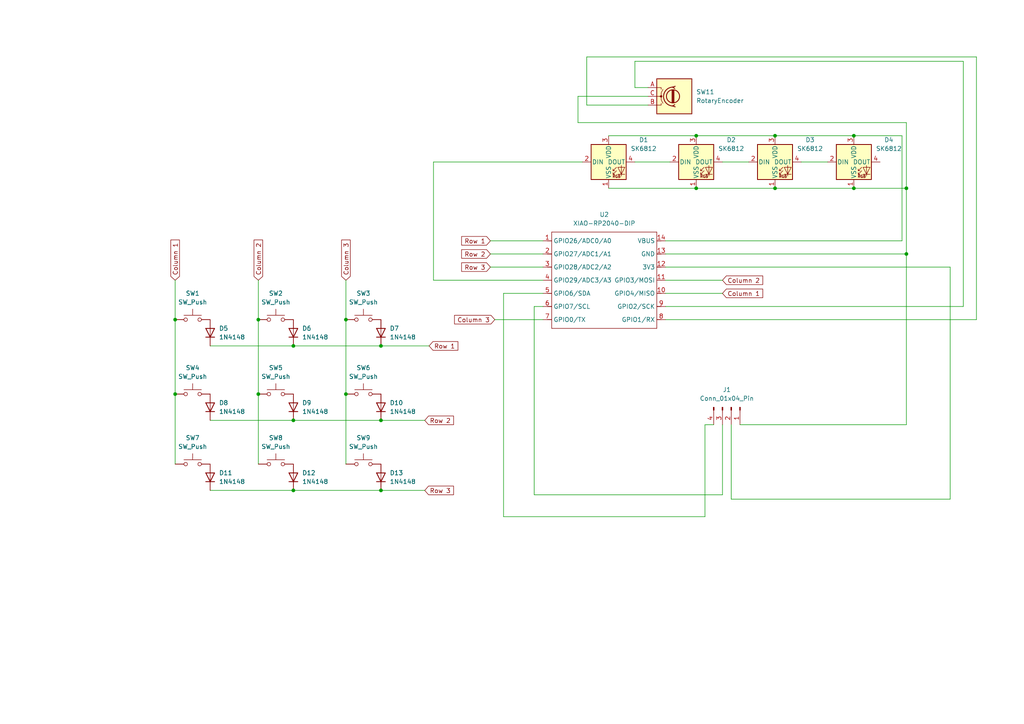
<source format=kicad_sch>
(kicad_sch
	(version 20250114)
	(generator "eeschema")
	(generator_version "9.0")
	(uuid "23a2f711-87ed-4eda-9123-0aa38f237aac")
	(paper "A4")
	(lib_symbols
		(symbol "Connector:Conn_01x04_Pin"
			(pin_names
				(offset 1.016)
				(hide yes)
			)
			(exclude_from_sim no)
			(in_bom yes)
			(on_board yes)
			(property "Reference" "J"
				(at 0 5.08 0)
				(effects
					(font
						(size 1.27 1.27)
					)
				)
			)
			(property "Value" "Conn_01x04_Pin"
				(at 0 -7.62 0)
				(effects
					(font
						(size 1.27 1.27)
					)
				)
			)
			(property "Footprint" ""
				(at 0 0 0)
				(effects
					(font
						(size 1.27 1.27)
					)
					(hide yes)
				)
			)
			(property "Datasheet" "~"
				(at 0 0 0)
				(effects
					(font
						(size 1.27 1.27)
					)
					(hide yes)
				)
			)
			(property "Description" "Generic connector, single row, 01x04, script generated"
				(at 0 0 0)
				(effects
					(font
						(size 1.27 1.27)
					)
					(hide yes)
				)
			)
			(property "ki_locked" ""
				(at 0 0 0)
				(effects
					(font
						(size 1.27 1.27)
					)
				)
			)
			(property "ki_keywords" "connector"
				(at 0 0 0)
				(effects
					(font
						(size 1.27 1.27)
					)
					(hide yes)
				)
			)
			(property "ki_fp_filters" "Connector*:*_1x??_*"
				(at 0 0 0)
				(effects
					(font
						(size 1.27 1.27)
					)
					(hide yes)
				)
			)
			(symbol "Conn_01x04_Pin_1_1"
				(rectangle
					(start 0.8636 2.667)
					(end 0 2.413)
					(stroke
						(width 0.1524)
						(type default)
					)
					(fill
						(type outline)
					)
				)
				(rectangle
					(start 0.8636 0.127)
					(end 0 -0.127)
					(stroke
						(width 0.1524)
						(type default)
					)
					(fill
						(type outline)
					)
				)
				(rectangle
					(start 0.8636 -2.413)
					(end 0 -2.667)
					(stroke
						(width 0.1524)
						(type default)
					)
					(fill
						(type outline)
					)
				)
				(rectangle
					(start 0.8636 -4.953)
					(end 0 -5.207)
					(stroke
						(width 0.1524)
						(type default)
					)
					(fill
						(type outline)
					)
				)
				(polyline
					(pts
						(xy 1.27 2.54) (xy 0.8636 2.54)
					)
					(stroke
						(width 0.1524)
						(type default)
					)
					(fill
						(type none)
					)
				)
				(polyline
					(pts
						(xy 1.27 0) (xy 0.8636 0)
					)
					(stroke
						(width 0.1524)
						(type default)
					)
					(fill
						(type none)
					)
				)
				(polyline
					(pts
						(xy 1.27 -2.54) (xy 0.8636 -2.54)
					)
					(stroke
						(width 0.1524)
						(type default)
					)
					(fill
						(type none)
					)
				)
				(polyline
					(pts
						(xy 1.27 -5.08) (xy 0.8636 -5.08)
					)
					(stroke
						(width 0.1524)
						(type default)
					)
					(fill
						(type none)
					)
				)
				(pin passive line
					(at 5.08 2.54 180)
					(length 3.81)
					(name "Pin_1"
						(effects
							(font
								(size 1.27 1.27)
							)
						)
					)
					(number "1"
						(effects
							(font
								(size 1.27 1.27)
							)
						)
					)
				)
				(pin passive line
					(at 5.08 0 180)
					(length 3.81)
					(name "Pin_2"
						(effects
							(font
								(size 1.27 1.27)
							)
						)
					)
					(number "2"
						(effects
							(font
								(size 1.27 1.27)
							)
						)
					)
				)
				(pin passive line
					(at 5.08 -2.54 180)
					(length 3.81)
					(name "Pin_3"
						(effects
							(font
								(size 1.27 1.27)
							)
						)
					)
					(number "3"
						(effects
							(font
								(size 1.27 1.27)
							)
						)
					)
				)
				(pin passive line
					(at 5.08 -5.08 180)
					(length 3.81)
					(name "Pin_4"
						(effects
							(font
								(size 1.27 1.27)
							)
						)
					)
					(number "4"
						(effects
							(font
								(size 1.27 1.27)
							)
						)
					)
				)
			)
			(embedded_fonts no)
		)
		(symbol "Device:RotaryEncoder"
			(pin_names
				(offset 0.254)
				(hide yes)
			)
			(exclude_from_sim no)
			(in_bom yes)
			(on_board yes)
			(property "Reference" "SW"
				(at 0 6.604 0)
				(effects
					(font
						(size 1.27 1.27)
					)
				)
			)
			(property "Value" "RotaryEncoder"
				(at 0 -6.604 0)
				(effects
					(font
						(size 1.27 1.27)
					)
				)
			)
			(property "Footprint" ""
				(at -3.81 4.064 0)
				(effects
					(font
						(size 1.27 1.27)
					)
					(hide yes)
				)
			)
			(property "Datasheet" "~"
				(at 0 6.604 0)
				(effects
					(font
						(size 1.27 1.27)
					)
					(hide yes)
				)
			)
			(property "Description" "Rotary encoder, dual channel, incremental quadrate outputs"
				(at 0 0 0)
				(effects
					(font
						(size 1.27 1.27)
					)
					(hide yes)
				)
			)
			(property "ki_keywords" "rotary switch encoder"
				(at 0 0 0)
				(effects
					(font
						(size 1.27 1.27)
					)
					(hide yes)
				)
			)
			(property "ki_fp_filters" "RotaryEncoder*"
				(at 0 0 0)
				(effects
					(font
						(size 1.27 1.27)
					)
					(hide yes)
				)
			)
			(symbol "RotaryEncoder_0_1"
				(rectangle
					(start -5.08 5.08)
					(end 5.08 -5.08)
					(stroke
						(width 0.254)
						(type default)
					)
					(fill
						(type background)
					)
				)
				(polyline
					(pts
						(xy -5.08 2.54) (xy -3.81 2.54) (xy -3.81 2.032)
					)
					(stroke
						(width 0)
						(type default)
					)
					(fill
						(type none)
					)
				)
				(polyline
					(pts
						(xy -5.08 0) (xy -3.81 0) (xy -3.81 -1.016) (xy -3.302 -2.032)
					)
					(stroke
						(width 0)
						(type default)
					)
					(fill
						(type none)
					)
				)
				(polyline
					(pts
						(xy -5.08 -2.54) (xy -3.81 -2.54) (xy -3.81 -2.032)
					)
					(stroke
						(width 0)
						(type default)
					)
					(fill
						(type none)
					)
				)
				(polyline
					(pts
						(xy -4.318 0) (xy -3.81 0) (xy -3.81 1.016) (xy -3.302 2.032)
					)
					(stroke
						(width 0)
						(type default)
					)
					(fill
						(type none)
					)
				)
				(circle
					(center -3.81 0)
					(radius 0.254)
					(stroke
						(width 0)
						(type default)
					)
					(fill
						(type outline)
					)
				)
				(polyline
					(pts
						(xy -0.635 -1.778) (xy -0.635 1.778)
					)
					(stroke
						(width 0.254)
						(type default)
					)
					(fill
						(type none)
					)
				)
				(circle
					(center -0.381 0)
					(radius 1.905)
					(stroke
						(width 0.254)
						(type default)
					)
					(fill
						(type none)
					)
				)
				(polyline
					(pts
						(xy -0.381 -1.778) (xy -0.381 1.778)
					)
					(stroke
						(width 0.254)
						(type default)
					)
					(fill
						(type none)
					)
				)
				(arc
					(start -0.381 -2.794)
					(mid -3.0988 -0.0635)
					(end -0.381 2.667)
					(stroke
						(width 0.254)
						(type default)
					)
					(fill
						(type none)
					)
				)
				(polyline
					(pts
						(xy -0.127 1.778) (xy -0.127 -1.778)
					)
					(stroke
						(width 0.254)
						(type default)
					)
					(fill
						(type none)
					)
				)
				(polyline
					(pts
						(xy 0.254 2.921) (xy -0.508 2.667) (xy 0.127 2.286)
					)
					(stroke
						(width 0.254)
						(type default)
					)
					(fill
						(type none)
					)
				)
				(polyline
					(pts
						(xy 0.254 -3.048) (xy -0.508 -2.794) (xy 0.127 -2.413)
					)
					(stroke
						(width 0.254)
						(type default)
					)
					(fill
						(type none)
					)
				)
			)
			(symbol "RotaryEncoder_1_1"
				(pin passive line
					(at -7.62 2.54 0)
					(length 2.54)
					(name "A"
						(effects
							(font
								(size 1.27 1.27)
							)
						)
					)
					(number "A"
						(effects
							(font
								(size 1.27 1.27)
							)
						)
					)
				)
				(pin passive line
					(at -7.62 0 0)
					(length 2.54)
					(name "C"
						(effects
							(font
								(size 1.27 1.27)
							)
						)
					)
					(number "C"
						(effects
							(font
								(size 1.27 1.27)
							)
						)
					)
				)
				(pin passive line
					(at -7.62 -2.54 0)
					(length 2.54)
					(name "B"
						(effects
							(font
								(size 1.27 1.27)
							)
						)
					)
					(number "B"
						(effects
							(font
								(size 1.27 1.27)
							)
						)
					)
				)
			)
			(embedded_fonts no)
		)
		(symbol "Diode:1N4148"
			(pin_numbers
				(hide yes)
			)
			(pin_names
				(hide yes)
			)
			(exclude_from_sim no)
			(in_bom yes)
			(on_board yes)
			(property "Reference" "D"
				(at 0 2.54 0)
				(effects
					(font
						(size 1.27 1.27)
					)
				)
			)
			(property "Value" "1N4148"
				(at 0 -2.54 0)
				(effects
					(font
						(size 1.27 1.27)
					)
				)
			)
			(property "Footprint" "Diode_THT:D_DO-35_SOD27_P7.62mm_Horizontal"
				(at 0 0 0)
				(effects
					(font
						(size 1.27 1.27)
					)
					(hide yes)
				)
			)
			(property "Datasheet" "https://assets.nexperia.com/documents/data-sheet/1N4148_1N4448.pdf"
				(at 0 0 0)
				(effects
					(font
						(size 1.27 1.27)
					)
					(hide yes)
				)
			)
			(property "Description" "100V 0.15A standard switching diode, DO-35"
				(at 0 0 0)
				(effects
					(font
						(size 1.27 1.27)
					)
					(hide yes)
				)
			)
			(property "Sim.Device" "D"
				(at 0 0 0)
				(effects
					(font
						(size 1.27 1.27)
					)
					(hide yes)
				)
			)
			(property "Sim.Pins" "1=K 2=A"
				(at 0 0 0)
				(effects
					(font
						(size 1.27 1.27)
					)
					(hide yes)
				)
			)
			(property "ki_keywords" "diode"
				(at 0 0 0)
				(effects
					(font
						(size 1.27 1.27)
					)
					(hide yes)
				)
			)
			(property "ki_fp_filters" "D*DO?35*"
				(at 0 0 0)
				(effects
					(font
						(size 1.27 1.27)
					)
					(hide yes)
				)
			)
			(symbol "1N4148_0_1"
				(polyline
					(pts
						(xy -1.27 1.27) (xy -1.27 -1.27)
					)
					(stroke
						(width 0.254)
						(type default)
					)
					(fill
						(type none)
					)
				)
				(polyline
					(pts
						(xy 1.27 1.27) (xy 1.27 -1.27) (xy -1.27 0) (xy 1.27 1.27)
					)
					(stroke
						(width 0.254)
						(type default)
					)
					(fill
						(type none)
					)
				)
				(polyline
					(pts
						(xy 1.27 0) (xy -1.27 0)
					)
					(stroke
						(width 0)
						(type default)
					)
					(fill
						(type none)
					)
				)
			)
			(symbol "1N4148_1_1"
				(pin passive line
					(at -3.81 0 0)
					(length 2.54)
					(name "K"
						(effects
							(font
								(size 1.27 1.27)
							)
						)
					)
					(number "1"
						(effects
							(font
								(size 1.27 1.27)
							)
						)
					)
				)
				(pin passive line
					(at 3.81 0 180)
					(length 2.54)
					(name "A"
						(effects
							(font
								(size 1.27 1.27)
							)
						)
					)
					(number "2"
						(effects
							(font
								(size 1.27 1.27)
							)
						)
					)
				)
			)
			(embedded_fonts no)
		)
		(symbol "LED:SK6812"
			(pin_names
				(offset 0.254)
			)
			(exclude_from_sim no)
			(in_bom yes)
			(on_board yes)
			(property "Reference" "D"
				(at 5.08 5.715 0)
				(effects
					(font
						(size 1.27 1.27)
					)
					(justify right bottom)
				)
			)
			(property "Value" "SK6812"
				(at 1.27 -5.715 0)
				(effects
					(font
						(size 1.27 1.27)
					)
					(justify left top)
				)
			)
			(property "Footprint" "LED_SMD:LED_SK6812_PLCC4_5.0x5.0mm_P3.2mm"
				(at 1.27 -7.62 0)
				(effects
					(font
						(size 1.27 1.27)
					)
					(justify left top)
					(hide yes)
				)
			)
			(property "Datasheet" "https://cdn-shop.adafruit.com/product-files/1138/SK6812+LED+datasheet+.pdf"
				(at 2.54 -9.525 0)
				(effects
					(font
						(size 1.27 1.27)
					)
					(justify left top)
					(hide yes)
				)
			)
			(property "Description" "RGB LED with integrated controller"
				(at 0 0 0)
				(effects
					(font
						(size 1.27 1.27)
					)
					(hide yes)
				)
			)
			(property "ki_keywords" "RGB LED NeoPixel addressable"
				(at 0 0 0)
				(effects
					(font
						(size 1.27 1.27)
					)
					(hide yes)
				)
			)
			(property "ki_fp_filters" "LED*SK6812*PLCC*5.0x5.0mm*P3.2mm*"
				(at 0 0 0)
				(effects
					(font
						(size 1.27 1.27)
					)
					(hide yes)
				)
			)
			(symbol "SK6812_0_0"
				(text "RGB"
					(at 2.286 -4.191 0)
					(effects
						(font
							(size 0.762 0.762)
						)
					)
				)
			)
			(symbol "SK6812_0_1"
				(polyline
					(pts
						(xy 1.27 -2.54) (xy 1.778 -2.54)
					)
					(stroke
						(width 0)
						(type default)
					)
					(fill
						(type none)
					)
				)
				(polyline
					(pts
						(xy 1.27 -3.556) (xy 1.778 -3.556)
					)
					(stroke
						(width 0)
						(type default)
					)
					(fill
						(type none)
					)
				)
				(polyline
					(pts
						(xy 2.286 -1.524) (xy 1.27 -2.54) (xy 1.27 -2.032)
					)
					(stroke
						(width 0)
						(type default)
					)
					(fill
						(type none)
					)
				)
				(polyline
					(pts
						(xy 2.286 -2.54) (xy 1.27 -3.556) (xy 1.27 -3.048)
					)
					(stroke
						(width 0)
						(type default)
					)
					(fill
						(type none)
					)
				)
				(polyline
					(pts
						(xy 3.683 -1.016) (xy 3.683 -3.556) (xy 3.683 -4.064)
					)
					(stroke
						(width 0)
						(type default)
					)
					(fill
						(type none)
					)
				)
				(polyline
					(pts
						(xy 4.699 -1.524) (xy 2.667 -1.524) (xy 3.683 -3.556) (xy 4.699 -1.524)
					)
					(stroke
						(width 0)
						(type default)
					)
					(fill
						(type none)
					)
				)
				(polyline
					(pts
						(xy 4.699 -3.556) (xy 2.667 -3.556)
					)
					(stroke
						(width 0)
						(type default)
					)
					(fill
						(type none)
					)
				)
				(rectangle
					(start 5.08 5.08)
					(end -5.08 -5.08)
					(stroke
						(width 0.254)
						(type default)
					)
					(fill
						(type background)
					)
				)
			)
			(symbol "SK6812_1_1"
				(pin input line
					(at -7.62 0 0)
					(length 2.54)
					(name "DIN"
						(effects
							(font
								(size 1.27 1.27)
							)
						)
					)
					(number "2"
						(effects
							(font
								(size 1.27 1.27)
							)
						)
					)
				)
				(pin power_in line
					(at 0 7.62 270)
					(length 2.54)
					(name "VDD"
						(effects
							(font
								(size 1.27 1.27)
							)
						)
					)
					(number "3"
						(effects
							(font
								(size 1.27 1.27)
							)
						)
					)
				)
				(pin power_in line
					(at 0 -7.62 90)
					(length 2.54)
					(name "VSS"
						(effects
							(font
								(size 1.27 1.27)
							)
						)
					)
					(number "1"
						(effects
							(font
								(size 1.27 1.27)
							)
						)
					)
				)
				(pin output line
					(at 7.62 0 180)
					(length 2.54)
					(name "DOUT"
						(effects
							(font
								(size 1.27 1.27)
							)
						)
					)
					(number "4"
						(effects
							(font
								(size 1.27 1.27)
							)
						)
					)
				)
			)
			(embedded_fonts no)
		)
		(symbol "OPL:XIAO-RP2040-DIP"
			(exclude_from_sim no)
			(in_bom yes)
			(on_board yes)
			(property "Reference" "U"
				(at 0 0 0)
				(effects
					(font
						(size 1.27 1.27)
					)
				)
			)
			(property "Value" "XIAO-RP2040-DIP"
				(at 5.334 -1.778 0)
				(effects
					(font
						(size 1.27 1.27)
					)
				)
			)
			(property "Footprint" "Module:MOUDLE14P-XIAO-DIP-SMD"
				(at 14.478 -32.258 0)
				(effects
					(font
						(size 1.27 1.27)
					)
					(hide yes)
				)
			)
			(property "Datasheet" ""
				(at 0 0 0)
				(effects
					(font
						(size 1.27 1.27)
					)
					(hide yes)
				)
			)
			(property "Description" ""
				(at 0 0 0)
				(effects
					(font
						(size 1.27 1.27)
					)
					(hide yes)
				)
			)
			(symbol "XIAO-RP2040-DIP_1_0"
				(polyline
					(pts
						(xy -1.27 -2.54) (xy 29.21 -2.54)
					)
					(stroke
						(width 0.1524)
						(type solid)
					)
					(fill
						(type none)
					)
				)
				(polyline
					(pts
						(xy -1.27 -5.08) (xy -2.54 -5.08)
					)
					(stroke
						(width 0.1524)
						(type solid)
					)
					(fill
						(type none)
					)
				)
				(polyline
					(pts
						(xy -1.27 -5.08) (xy -1.27 -2.54)
					)
					(stroke
						(width 0.1524)
						(type solid)
					)
					(fill
						(type none)
					)
				)
				(polyline
					(pts
						(xy -1.27 -8.89) (xy -2.54 -8.89)
					)
					(stroke
						(width 0.1524)
						(type solid)
					)
					(fill
						(type none)
					)
				)
				(polyline
					(pts
						(xy -1.27 -8.89) (xy -1.27 -5.08)
					)
					(stroke
						(width 0.1524)
						(type solid)
					)
					(fill
						(type none)
					)
				)
				(polyline
					(pts
						(xy -1.27 -12.7) (xy -2.54 -12.7)
					)
					(stroke
						(width 0.1524)
						(type solid)
					)
					(fill
						(type none)
					)
				)
				(polyline
					(pts
						(xy -1.27 -12.7) (xy -1.27 -8.89)
					)
					(stroke
						(width 0.1524)
						(type solid)
					)
					(fill
						(type none)
					)
				)
				(polyline
					(pts
						(xy -1.27 -16.51) (xy -2.54 -16.51)
					)
					(stroke
						(width 0.1524)
						(type solid)
					)
					(fill
						(type none)
					)
				)
				(polyline
					(pts
						(xy -1.27 -16.51) (xy -1.27 -12.7)
					)
					(stroke
						(width 0.1524)
						(type solid)
					)
					(fill
						(type none)
					)
				)
				(polyline
					(pts
						(xy -1.27 -20.32) (xy -2.54 -20.32)
					)
					(stroke
						(width 0.1524)
						(type solid)
					)
					(fill
						(type none)
					)
				)
				(polyline
					(pts
						(xy -1.27 -24.13) (xy -2.54 -24.13)
					)
					(stroke
						(width 0.1524)
						(type solid)
					)
					(fill
						(type none)
					)
				)
				(polyline
					(pts
						(xy -1.27 -27.94) (xy -2.54 -27.94)
					)
					(stroke
						(width 0.1524)
						(type solid)
					)
					(fill
						(type none)
					)
				)
				(polyline
					(pts
						(xy -1.27 -30.48) (xy -1.27 -16.51)
					)
					(stroke
						(width 0.1524)
						(type solid)
					)
					(fill
						(type none)
					)
				)
				(polyline
					(pts
						(xy 29.21 -2.54) (xy 29.21 -5.08)
					)
					(stroke
						(width 0.1524)
						(type solid)
					)
					(fill
						(type none)
					)
				)
				(polyline
					(pts
						(xy 29.21 -5.08) (xy 29.21 -8.89)
					)
					(stroke
						(width 0.1524)
						(type solid)
					)
					(fill
						(type none)
					)
				)
				(polyline
					(pts
						(xy 29.21 -8.89) (xy 29.21 -12.7)
					)
					(stroke
						(width 0.1524)
						(type solid)
					)
					(fill
						(type none)
					)
				)
				(polyline
					(pts
						(xy 29.21 -12.7) (xy 29.21 -30.48)
					)
					(stroke
						(width 0.1524)
						(type solid)
					)
					(fill
						(type none)
					)
				)
				(polyline
					(pts
						(xy 29.21 -30.48) (xy -1.27 -30.48)
					)
					(stroke
						(width 0.1524)
						(type solid)
					)
					(fill
						(type none)
					)
				)
				(polyline
					(pts
						(xy 30.48 -5.08) (xy 29.21 -5.08)
					)
					(stroke
						(width 0.1524)
						(type solid)
					)
					(fill
						(type none)
					)
				)
				(polyline
					(pts
						(xy 30.48 -8.89) (xy 29.21 -8.89)
					)
					(stroke
						(width 0.1524)
						(type solid)
					)
					(fill
						(type none)
					)
				)
				(polyline
					(pts
						(xy 30.48 -12.7) (xy 29.21 -12.7)
					)
					(stroke
						(width 0.1524)
						(type solid)
					)
					(fill
						(type none)
					)
				)
				(polyline
					(pts
						(xy 30.48 -16.51) (xy 29.21 -16.51)
					)
					(stroke
						(width 0.1524)
						(type solid)
					)
					(fill
						(type none)
					)
				)
				(polyline
					(pts
						(xy 30.48 -20.32) (xy 29.21 -20.32)
					)
					(stroke
						(width 0.1524)
						(type solid)
					)
					(fill
						(type none)
					)
				)
				(polyline
					(pts
						(xy 30.48 -24.13) (xy 29.21 -24.13)
					)
					(stroke
						(width 0.1524)
						(type solid)
					)
					(fill
						(type none)
					)
				)
				(polyline
					(pts
						(xy 30.48 -27.94) (xy 29.21 -27.94)
					)
					(stroke
						(width 0.1524)
						(type solid)
					)
					(fill
						(type none)
					)
				)
				(pin passive line
					(at -3.81 -5.08 0)
					(length 2.54)
					(name "GPIO26/ADC0/A0"
						(effects
							(font
								(size 1.27 1.27)
							)
						)
					)
					(number "1"
						(effects
							(font
								(size 1.27 1.27)
							)
						)
					)
				)
				(pin passive line
					(at -3.81 -8.89 0)
					(length 2.54)
					(name "GPIO27/ADC1/A1"
						(effects
							(font
								(size 1.27 1.27)
							)
						)
					)
					(number "2"
						(effects
							(font
								(size 1.27 1.27)
							)
						)
					)
				)
				(pin passive line
					(at -3.81 -12.7 0)
					(length 2.54)
					(name "GPIO28/ADC2/A2"
						(effects
							(font
								(size 1.27 1.27)
							)
						)
					)
					(number "3"
						(effects
							(font
								(size 1.27 1.27)
							)
						)
					)
				)
				(pin passive line
					(at -3.81 -16.51 0)
					(length 2.54)
					(name "GPIO29/ADC3/A3"
						(effects
							(font
								(size 1.27 1.27)
							)
						)
					)
					(number "4"
						(effects
							(font
								(size 1.27 1.27)
							)
						)
					)
				)
				(pin passive line
					(at -3.81 -20.32 0)
					(length 2.54)
					(name "GPIO6/SDA"
						(effects
							(font
								(size 1.27 1.27)
							)
						)
					)
					(number "5"
						(effects
							(font
								(size 1.27 1.27)
							)
						)
					)
				)
				(pin passive line
					(at -3.81 -24.13 0)
					(length 2.54)
					(name "GPIO7/SCL"
						(effects
							(font
								(size 1.27 1.27)
							)
						)
					)
					(number "6"
						(effects
							(font
								(size 1.27 1.27)
							)
						)
					)
				)
				(pin passive line
					(at -3.81 -27.94 0)
					(length 2.54)
					(name "GPIO0/TX"
						(effects
							(font
								(size 1.27 1.27)
							)
						)
					)
					(number "7"
						(effects
							(font
								(size 1.27 1.27)
							)
						)
					)
				)
				(pin passive line
					(at 31.75 -5.08 180)
					(length 2.54)
					(name "VBUS"
						(effects
							(font
								(size 1.27 1.27)
							)
						)
					)
					(number "14"
						(effects
							(font
								(size 1.27 1.27)
							)
						)
					)
				)
				(pin passive line
					(at 31.75 -8.89 180)
					(length 2.54)
					(name "GND"
						(effects
							(font
								(size 1.27 1.27)
							)
						)
					)
					(number "13"
						(effects
							(font
								(size 1.27 1.27)
							)
						)
					)
				)
				(pin passive line
					(at 31.75 -12.7 180)
					(length 2.54)
					(name "3V3"
						(effects
							(font
								(size 1.27 1.27)
							)
						)
					)
					(number "12"
						(effects
							(font
								(size 1.27 1.27)
							)
						)
					)
				)
				(pin passive line
					(at 31.75 -16.51 180)
					(length 2.54)
					(name "GPIO3/MOSI"
						(effects
							(font
								(size 1.27 1.27)
							)
						)
					)
					(number "11"
						(effects
							(font
								(size 1.27 1.27)
							)
						)
					)
				)
				(pin passive line
					(at 31.75 -20.32 180)
					(length 2.54)
					(name "GPIO4/MISO"
						(effects
							(font
								(size 1.27 1.27)
							)
						)
					)
					(number "10"
						(effects
							(font
								(size 1.27 1.27)
							)
						)
					)
				)
				(pin passive line
					(at 31.75 -24.13 180)
					(length 2.54)
					(name "GPIO2/SCK"
						(effects
							(font
								(size 1.27 1.27)
							)
						)
					)
					(number "9"
						(effects
							(font
								(size 1.27 1.27)
							)
						)
					)
				)
				(pin passive line
					(at 31.75 -27.94 180)
					(length 2.54)
					(name "GPIO1/RX"
						(effects
							(font
								(size 1.27 1.27)
							)
						)
					)
					(number "8"
						(effects
							(font
								(size 1.27 1.27)
							)
						)
					)
				)
			)
			(embedded_fonts no)
		)
		(symbol "Switch:SW_Push"
			(pin_numbers
				(hide yes)
			)
			(pin_names
				(offset 1.016)
				(hide yes)
			)
			(exclude_from_sim no)
			(in_bom yes)
			(on_board yes)
			(property "Reference" "SW"
				(at 1.27 2.54 0)
				(effects
					(font
						(size 1.27 1.27)
					)
					(justify left)
				)
			)
			(property "Value" "SW_Push"
				(at 0 -1.524 0)
				(effects
					(font
						(size 1.27 1.27)
					)
				)
			)
			(property "Footprint" ""
				(at 0 5.08 0)
				(effects
					(font
						(size 1.27 1.27)
					)
					(hide yes)
				)
			)
			(property "Datasheet" "~"
				(at 0 5.08 0)
				(effects
					(font
						(size 1.27 1.27)
					)
					(hide yes)
				)
			)
			(property "Description" "Push button switch, generic, two pins"
				(at 0 0 0)
				(effects
					(font
						(size 1.27 1.27)
					)
					(hide yes)
				)
			)
			(property "ki_keywords" "switch normally-open pushbutton push-button"
				(at 0 0 0)
				(effects
					(font
						(size 1.27 1.27)
					)
					(hide yes)
				)
			)
			(symbol "SW_Push_0_1"
				(circle
					(center -2.032 0)
					(radius 0.508)
					(stroke
						(width 0)
						(type default)
					)
					(fill
						(type none)
					)
				)
				(polyline
					(pts
						(xy 0 1.27) (xy 0 3.048)
					)
					(stroke
						(width 0)
						(type default)
					)
					(fill
						(type none)
					)
				)
				(circle
					(center 2.032 0)
					(radius 0.508)
					(stroke
						(width 0)
						(type default)
					)
					(fill
						(type none)
					)
				)
				(polyline
					(pts
						(xy 2.54 1.27) (xy -2.54 1.27)
					)
					(stroke
						(width 0)
						(type default)
					)
					(fill
						(type none)
					)
				)
				(pin passive line
					(at -5.08 0 0)
					(length 2.54)
					(name "1"
						(effects
							(font
								(size 1.27 1.27)
							)
						)
					)
					(number "1"
						(effects
							(font
								(size 1.27 1.27)
							)
						)
					)
				)
				(pin passive line
					(at 5.08 0 180)
					(length 2.54)
					(name "2"
						(effects
							(font
								(size 1.27 1.27)
							)
						)
					)
					(number "2"
						(effects
							(font
								(size 1.27 1.27)
							)
						)
					)
				)
			)
			(embedded_fonts no)
		)
	)
	(junction
		(at 85.09 100.33)
		(diameter 0)
		(color 0 0 0 0)
		(uuid "0173811f-bd31-405e-b162-3491b4513f05")
	)
	(junction
		(at 85.09 142.24)
		(diameter 0)
		(color 0 0 0 0)
		(uuid "07ab3ef2-7f0c-4e3b-a500-ab3e87e2d5a1")
	)
	(junction
		(at 110.49 121.92)
		(diameter 0)
		(color 0 0 0 0)
		(uuid "0d2b0c7c-6054-4902-afe7-c7618a1c859a")
	)
	(junction
		(at 262.89 54.61)
		(diameter 0)
		(color 0 0 0 0)
		(uuid "18a984dd-45ab-4684-9396-b150ff1fabb1")
	)
	(junction
		(at 262.89 73.66)
		(diameter 0)
		(color 0 0 0 0)
		(uuid "1e127ea2-289e-49b4-b103-d0c28ebf9863")
	)
	(junction
		(at 74.93 92.71)
		(diameter 0)
		(color 0 0 0 0)
		(uuid "206db247-953b-4c6c-9143-856331842cb1")
	)
	(junction
		(at 100.33 114.3)
		(diameter 0)
		(color 0 0 0 0)
		(uuid "2ef71470-5460-4a3a-aefb-45f04759c30c")
	)
	(junction
		(at 100.33 92.71)
		(diameter 0)
		(color 0 0 0 0)
		(uuid "4d6967d4-7c94-48cf-9786-1935446700a6")
	)
	(junction
		(at 247.65 39.37)
		(diameter 0)
		(color 0 0 0 0)
		(uuid "4dba7fd6-c659-4b50-8878-597f4805179f")
	)
	(junction
		(at 224.79 54.61)
		(diameter 0)
		(color 0 0 0 0)
		(uuid "63c345f4-8fc1-4506-828d-c4fb39fb5fe1")
	)
	(junction
		(at 74.93 114.3)
		(diameter 0)
		(color 0 0 0 0)
		(uuid "65d4586f-f5cc-4137-9416-8fee5ee2f075")
	)
	(junction
		(at 50.8 92.71)
		(diameter 0)
		(color 0 0 0 0)
		(uuid "6acafb9d-898f-4a0a-98e9-05e1c2c65226")
	)
	(junction
		(at 110.49 100.33)
		(diameter 0)
		(color 0 0 0 0)
		(uuid "6c6e4e0b-0ab9-4d78-b556-19e6333131a0")
	)
	(junction
		(at 110.49 142.24)
		(diameter 0)
		(color 0 0 0 0)
		(uuid "723d4777-6b8c-40c4-b159-ce5b2dcef015")
	)
	(junction
		(at 50.8 114.3)
		(diameter 0)
		(color 0 0 0 0)
		(uuid "a53f65e5-4706-42b2-9d3b-5c53717202d9")
	)
	(junction
		(at 201.93 39.37)
		(diameter 0)
		(color 0 0 0 0)
		(uuid "b3b7830a-73a9-4e0c-9360-33cfbc1a82ef")
	)
	(junction
		(at 201.93 54.61)
		(diameter 0)
		(color 0 0 0 0)
		(uuid "b56e2d3d-2eca-4baf-ba3c-df68e27b42bb")
	)
	(junction
		(at 224.79 39.37)
		(diameter 0)
		(color 0 0 0 0)
		(uuid "ba15abcc-3140-445f-8e2c-4155757b69ca")
	)
	(junction
		(at 85.09 121.92)
		(diameter 0)
		(color 0 0 0 0)
		(uuid "d443926f-3974-48cd-9327-f10ec7d288e0")
	)
	(junction
		(at 247.65 54.61)
		(diameter 0)
		(color 0 0 0 0)
		(uuid "f4e02493-956a-4b61-8b43-b258f822face")
	)
	(wire
		(pts
			(xy 60.96 142.24) (xy 85.09 142.24)
		)
		(stroke
			(width 0)
			(type default)
		)
		(uuid "0011323a-79d3-49cf-b887-4b48c7f78b23")
	)
	(wire
		(pts
			(xy 204.47 149.86) (xy 146.05 149.86)
		)
		(stroke
			(width 0)
			(type default)
		)
		(uuid "011a3463-45d0-4c84-9f98-784d85279690")
	)
	(wire
		(pts
			(xy 283.21 92.71) (xy 283.21 16.51)
		)
		(stroke
			(width 0)
			(type default)
		)
		(uuid "02e61f14-3476-4483-8744-6c64739b3133")
	)
	(wire
		(pts
			(xy 50.8 92.71) (xy 50.8 114.3)
		)
		(stroke
			(width 0)
			(type default)
		)
		(uuid "05b6b4eb-4107-475c-aa90-bc3cfcec8055")
	)
	(wire
		(pts
			(xy 262.89 73.66) (xy 262.89 123.19)
		)
		(stroke
			(width 0)
			(type default)
		)
		(uuid "092190ea-8b6e-4c1d-9aa7-7b460b5a84c0")
	)
	(wire
		(pts
			(xy 209.55 143.51) (xy 154.94 143.51)
		)
		(stroke
			(width 0)
			(type default)
		)
		(uuid "1323f026-891e-4a10-91b0-219c4ac2309f")
	)
	(wire
		(pts
			(xy 232.41 46.99) (xy 240.03 46.99)
		)
		(stroke
			(width 0)
			(type default)
		)
		(uuid "1b631706-3423-4180-9956-61a2e9aadf5b")
	)
	(wire
		(pts
			(xy 193.04 81.28) (xy 209.55 81.28)
		)
		(stroke
			(width 0)
			(type default)
		)
		(uuid "1f16b44f-e067-4003-85fd-c9dacb8d9e5f")
	)
	(wire
		(pts
			(xy 100.33 114.3) (xy 100.33 134.62)
		)
		(stroke
			(width 0)
			(type default)
		)
		(uuid "1f1e37f6-2fbc-4592-b6f8-b52ac073fc90")
	)
	(wire
		(pts
			(xy 262.89 54.61) (xy 262.89 35.56)
		)
		(stroke
			(width 0)
			(type default)
		)
		(uuid "1f3a2a4e-ace4-4149-9321-494ce8714c29")
	)
	(wire
		(pts
			(xy 167.64 27.94) (xy 167.64 35.56)
		)
		(stroke
			(width 0)
			(type default)
		)
		(uuid "30ba0876-955e-474c-a98d-79489b6fa44c")
	)
	(wire
		(pts
			(xy 193.04 77.47) (xy 275.59 77.47)
		)
		(stroke
			(width 0)
			(type default)
		)
		(uuid "31eb7367-fb77-499b-92ca-ef822b326e0c")
	)
	(wire
		(pts
			(xy 184.15 46.99) (xy 194.31 46.99)
		)
		(stroke
			(width 0)
			(type default)
		)
		(uuid "37301813-6acb-4bfb-8ba7-5320a407d4d0")
	)
	(wire
		(pts
			(xy 176.53 54.61) (xy 201.93 54.61)
		)
		(stroke
			(width 0)
			(type default)
		)
		(uuid "3ac3828f-2abb-4501-8cc6-4e8d8a8ecf15")
	)
	(wire
		(pts
			(xy 74.93 92.71) (xy 74.93 114.3)
		)
		(stroke
			(width 0)
			(type default)
		)
		(uuid "41c2dbee-c43a-4dce-9fe9-feffb74224ac")
	)
	(wire
		(pts
			(xy 100.33 92.71) (xy 100.33 114.3)
		)
		(stroke
			(width 0)
			(type default)
		)
		(uuid "435c5e0a-00d4-40a8-8166-1cf8487a457a")
	)
	(wire
		(pts
			(xy 143.51 92.71) (xy 157.48 92.71)
		)
		(stroke
			(width 0)
			(type default)
		)
		(uuid "471e8c02-a8fa-4351-b68a-bd068ebb52fa")
	)
	(wire
		(pts
			(xy 279.4 17.78) (xy 184.15 17.78)
		)
		(stroke
			(width 0)
			(type default)
		)
		(uuid "4dc4d583-2ce7-4fc6-bf48-51c86b393b2f")
	)
	(wire
		(pts
			(xy 204.47 149.86) (xy 204.47 123.19)
		)
		(stroke
			(width 0)
			(type default)
		)
		(uuid "4ebc0726-52b3-4552-a3bb-7fa4c9f86b79")
	)
	(wire
		(pts
			(xy 110.49 100.33) (xy 124.46 100.33)
		)
		(stroke
			(width 0)
			(type default)
		)
		(uuid "5041568d-3a1e-4f30-b3fe-27b2321054f4")
	)
	(wire
		(pts
			(xy 193.04 92.71) (xy 283.21 92.71)
		)
		(stroke
			(width 0)
			(type default)
		)
		(uuid "509f195b-2e8d-4457-9158-1258fe999cb6")
	)
	(wire
		(pts
			(xy 74.93 81.28) (xy 74.93 92.71)
		)
		(stroke
			(width 0)
			(type default)
		)
		(uuid "511c5a06-009b-4b0a-8398-7a3866f5e8c1")
	)
	(wire
		(pts
			(xy 262.89 73.66) (xy 262.89 54.61)
		)
		(stroke
			(width 0)
			(type default)
		)
		(uuid "57a59db5-2dc2-4fb4-a9c5-e78005b944f8")
	)
	(wire
		(pts
			(xy 214.63 123.19) (xy 262.89 123.19)
		)
		(stroke
			(width 0)
			(type default)
		)
		(uuid "5880aa56-9088-438d-8908-9241d0d9a647")
	)
	(wire
		(pts
			(xy 60.96 121.92) (xy 85.09 121.92)
		)
		(stroke
			(width 0)
			(type default)
		)
		(uuid "59215483-cc71-4615-aee6-d11fee82756a")
	)
	(wire
		(pts
			(xy 50.8 81.28) (xy 50.8 92.71)
		)
		(stroke
			(width 0)
			(type default)
		)
		(uuid "5c25b52d-302b-4d3d-9655-3a7139479e35")
	)
	(wire
		(pts
			(xy 184.15 17.78) (xy 184.15 25.4)
		)
		(stroke
			(width 0)
			(type default)
		)
		(uuid "5e8542a6-68ac-4859-a58e-d75005c13c9a")
	)
	(wire
		(pts
			(xy 279.4 88.9) (xy 279.4 17.78)
		)
		(stroke
			(width 0)
			(type default)
		)
		(uuid "60ee511b-6424-4ece-8321-301025fb68be")
	)
	(wire
		(pts
			(xy 60.96 100.33) (xy 85.09 100.33)
		)
		(stroke
			(width 0)
			(type default)
		)
		(uuid "696e095a-9612-4764-be39-5087dd382ae9")
	)
	(wire
		(pts
			(xy 283.21 16.51) (xy 170.18 16.51)
		)
		(stroke
			(width 0)
			(type default)
		)
		(uuid "6aa20262-11bf-4c0a-99bd-fae3cf3c3a3a")
	)
	(wire
		(pts
			(xy 176.53 39.37) (xy 201.93 39.37)
		)
		(stroke
			(width 0)
			(type default)
		)
		(uuid "6ae78517-4b19-47ff-94d8-292804bf07bc")
	)
	(wire
		(pts
			(xy 247.65 54.61) (xy 262.89 54.61)
		)
		(stroke
			(width 0)
			(type default)
		)
		(uuid "6b34d765-edb7-449d-b607-e65f70d62dfd")
	)
	(wire
		(pts
			(xy 201.93 39.37) (xy 224.79 39.37)
		)
		(stroke
			(width 0)
			(type default)
		)
		(uuid "6c06081d-3450-4389-9156-10f302c6c6fc")
	)
	(wire
		(pts
			(xy 74.93 114.3) (xy 74.93 134.62)
		)
		(stroke
			(width 0)
			(type default)
		)
		(uuid "77c3eedd-de58-48e4-bd61-afc1296b2ac9")
	)
	(wire
		(pts
			(xy 167.64 35.56) (xy 262.89 35.56)
		)
		(stroke
			(width 0)
			(type default)
		)
		(uuid "7cf6866a-58ea-41ca-867d-4421e0b4b413")
	)
	(wire
		(pts
			(xy 209.55 123.19) (xy 209.55 143.51)
		)
		(stroke
			(width 0)
			(type default)
		)
		(uuid "805781b9-8b80-4a07-bcb0-145d45200f8f")
	)
	(wire
		(pts
			(xy 187.96 27.94) (xy 167.64 27.94)
		)
		(stroke
			(width 0)
			(type default)
		)
		(uuid "8066d4fa-3505-4907-9820-13f34bcd7bea")
	)
	(wire
		(pts
			(xy 142.24 77.47) (xy 157.48 77.47)
		)
		(stroke
			(width 0)
			(type default)
		)
		(uuid "850d2e27-57de-48c2-9bcd-91da9d2d256a")
	)
	(wire
		(pts
			(xy 193.04 73.66) (xy 262.89 73.66)
		)
		(stroke
			(width 0)
			(type default)
		)
		(uuid "87451477-dc6c-4596-9950-bd7aa6b753a2")
	)
	(wire
		(pts
			(xy 212.09 144.78) (xy 275.59 144.78)
		)
		(stroke
			(width 0)
			(type default)
		)
		(uuid "88b36014-f92e-4b34-a328-d3dce02432d2")
	)
	(wire
		(pts
			(xy 193.04 69.85) (xy 261.62 69.85)
		)
		(stroke
			(width 0)
			(type default)
		)
		(uuid "88b98933-a19a-4245-b4b5-f3ba81872c60")
	)
	(wire
		(pts
			(xy 193.04 85.09) (xy 209.55 85.09)
		)
		(stroke
			(width 0)
			(type default)
		)
		(uuid "8c8f1af2-0bc7-4abc-898e-45df81c58b6c")
	)
	(wire
		(pts
			(xy 224.79 54.61) (xy 247.65 54.61)
		)
		(stroke
			(width 0)
			(type default)
		)
		(uuid "8ed5f6b9-27e4-43c6-8131-0971bf1dd9ec")
	)
	(wire
		(pts
			(xy 85.09 121.92) (xy 110.49 121.92)
		)
		(stroke
			(width 0)
			(type default)
		)
		(uuid "910bc466-e41c-48e4-9e16-0b6c7b1087d4")
	)
	(wire
		(pts
			(xy 142.24 73.66) (xy 157.48 73.66)
		)
		(stroke
			(width 0)
			(type default)
		)
		(uuid "9bb9f5db-de6c-44f5-9e23-a33bff851cdd")
	)
	(wire
		(pts
			(xy 100.33 81.28) (xy 100.33 92.71)
		)
		(stroke
			(width 0)
			(type default)
		)
		(uuid "a2394b9b-d4ec-444c-82f2-5ec0adae191d")
	)
	(wire
		(pts
			(xy 209.55 46.99) (xy 217.17 46.99)
		)
		(stroke
			(width 0)
			(type default)
		)
		(uuid "a4d5b74a-8ac1-4f78-a52c-7f8179152c38")
	)
	(wire
		(pts
			(xy 184.15 25.4) (xy 187.96 25.4)
		)
		(stroke
			(width 0)
			(type default)
		)
		(uuid "a539c651-62d1-4467-8375-7daaf6276f5b")
	)
	(wire
		(pts
			(xy 85.09 142.24) (xy 110.49 142.24)
		)
		(stroke
			(width 0)
			(type default)
		)
		(uuid "a5da063f-28de-41ad-b4ea-80f9c69e7abd")
	)
	(wire
		(pts
			(xy 204.47 123.19) (xy 207.01 123.19)
		)
		(stroke
			(width 0)
			(type default)
		)
		(uuid "a771f8a3-f7b5-479f-84c7-d9e693b42a54")
	)
	(wire
		(pts
			(xy 224.79 39.37) (xy 247.65 39.37)
		)
		(stroke
			(width 0)
			(type default)
		)
		(uuid "ad62e8d5-d108-4355-ba2c-9f62904256ac")
	)
	(wire
		(pts
			(xy 168.91 46.99) (xy 125.73 46.99)
		)
		(stroke
			(width 0)
			(type default)
		)
		(uuid "b0a0fe57-493b-4c67-8728-0642cf7b7178")
	)
	(wire
		(pts
			(xy 146.05 149.86) (xy 146.05 85.09)
		)
		(stroke
			(width 0)
			(type default)
		)
		(uuid "b9f0cfb1-4086-4053-9cbd-9611107e9ed0")
	)
	(wire
		(pts
			(xy 275.59 144.78) (xy 275.59 77.47)
		)
		(stroke
			(width 0)
			(type default)
		)
		(uuid "c2bb7b63-0ebc-4cd7-84db-45400d64f3d4")
	)
	(wire
		(pts
			(xy 85.09 100.33) (xy 110.49 100.33)
		)
		(stroke
			(width 0)
			(type default)
		)
		(uuid "c451f2b0-cd4b-47c7-a08d-e25d77e90cfd")
	)
	(wire
		(pts
			(xy 125.73 46.99) (xy 125.73 81.28)
		)
		(stroke
			(width 0)
			(type default)
		)
		(uuid "c9314518-e9ef-4d96-96f8-6dc6a1495147")
	)
	(wire
		(pts
			(xy 142.24 69.85) (xy 157.48 69.85)
		)
		(stroke
			(width 0)
			(type default)
		)
		(uuid "cb0522e7-c8c9-4a5d-a15c-7a18d42e010c")
	)
	(wire
		(pts
			(xy 261.62 69.85) (xy 261.62 39.37)
		)
		(stroke
			(width 0)
			(type default)
		)
		(uuid "dfb6ec38-7e29-44d4-99b1-0b3acdea2b9e")
	)
	(wire
		(pts
			(xy 125.73 81.28) (xy 157.48 81.28)
		)
		(stroke
			(width 0)
			(type default)
		)
		(uuid "e2fc5274-ae50-468f-aacb-04e05d0336f7")
	)
	(wire
		(pts
			(xy 154.94 143.51) (xy 154.94 88.9)
		)
		(stroke
			(width 0)
			(type default)
		)
		(uuid "e445a276-60b0-41d2-b5bf-157c4a603327")
	)
	(wire
		(pts
			(xy 110.49 142.24) (xy 123.19 142.24)
		)
		(stroke
			(width 0)
			(type default)
		)
		(uuid "e47e4a89-589f-4163-8e4b-fc9bd307a498")
	)
	(wire
		(pts
			(xy 170.18 30.48) (xy 187.96 30.48)
		)
		(stroke
			(width 0)
			(type default)
		)
		(uuid "e566004e-a220-4131-b969-c1a5753986a3")
	)
	(wire
		(pts
			(xy 261.62 39.37) (xy 247.65 39.37)
		)
		(stroke
			(width 0)
			(type default)
		)
		(uuid "e6e16d2d-781e-4b6a-854b-3f572394ca03")
	)
	(wire
		(pts
			(xy 201.93 54.61) (xy 224.79 54.61)
		)
		(stroke
			(width 0)
			(type default)
		)
		(uuid "e81620a1-73ea-4297-a625-2d78637162e9")
	)
	(wire
		(pts
			(xy 154.94 88.9) (xy 157.48 88.9)
		)
		(stroke
			(width 0)
			(type default)
		)
		(uuid "eecb86ce-cde4-427f-9fb6-560c7cf32b8b")
	)
	(wire
		(pts
			(xy 212.09 123.19) (xy 212.09 144.78)
		)
		(stroke
			(width 0)
			(type default)
		)
		(uuid "f1f258a8-6aff-49a4-b987-cbd769ba42f6")
	)
	(wire
		(pts
			(xy 146.05 85.09) (xy 157.48 85.09)
		)
		(stroke
			(width 0)
			(type default)
		)
		(uuid "f3786b1e-c123-4d24-a69e-d9ddd714717d")
	)
	(wire
		(pts
			(xy 50.8 114.3) (xy 50.8 134.62)
		)
		(stroke
			(width 0)
			(type default)
		)
		(uuid "f5d53ad4-4c02-4fcb-afa7-049e485b2a49")
	)
	(wire
		(pts
			(xy 170.18 16.51) (xy 170.18 30.48)
		)
		(stroke
			(width 0)
			(type default)
		)
		(uuid "f6c28b94-890a-477f-b6f4-a5d2e07c87be")
	)
	(wire
		(pts
			(xy 193.04 88.9) (xy 279.4 88.9)
		)
		(stroke
			(width 0)
			(type default)
		)
		(uuid "f741cef5-af5e-41b6-bde5-2a8c91dd8f50")
	)
	(wire
		(pts
			(xy 110.49 121.92) (xy 123.19 121.92)
		)
		(stroke
			(width 0)
			(type default)
		)
		(uuid "fd9254bf-17b4-4912-972a-382e3d229653")
	)
	(global_label "Column 3"
		(shape input)
		(at 100.33 81.28 90)
		(fields_autoplaced yes)
		(effects
			(font
				(size 1.27 1.27)
			)
			(justify left)
		)
		(uuid "03198ab9-d532-4cdf-a026-2d3c4e638885")
		(property "Intersheetrefs" "${INTERSHEET_REFS}"
			(at 100.33 69.0422 90)
			(effects
				(font
					(size 1.27 1.27)
				)
				(justify left)
				(hide yes)
			)
		)
	)
	(global_label "Row 1"
		(shape input)
		(at 142.24 69.85 180)
		(fields_autoplaced yes)
		(effects
			(font
				(size 1.27 1.27)
			)
			(justify right)
		)
		(uuid "0d382ebf-9298-497e-ae36-8a2632bd2189")
		(property "Intersheetrefs" "${INTERSHEET_REFS}"
			(at 133.3282 69.85 0)
			(effects
				(font
					(size 1.27 1.27)
				)
				(justify right)
				(hide yes)
			)
		)
	)
	(global_label "Row 3"
		(shape input)
		(at 142.24 77.47 180)
		(fields_autoplaced yes)
		(effects
			(font
				(size 1.27 1.27)
			)
			(justify right)
		)
		(uuid "1786bd78-e15d-428b-aee8-7ec654dcd127")
		(property "Intersheetrefs" "${INTERSHEET_REFS}"
			(at 133.3282 77.47 0)
			(effects
				(font
					(size 1.27 1.27)
				)
				(justify right)
				(hide yes)
			)
		)
	)
	(global_label "Column 1"
		(shape input)
		(at 209.55 85.09 0)
		(fields_autoplaced yes)
		(effects
			(font
				(size 1.27 1.27)
			)
			(justify left)
		)
		(uuid "2bcd3dc9-af56-4eaf-99ed-336e8463906d")
		(property "Intersheetrefs" "${INTERSHEET_REFS}"
			(at 221.7878 85.09 0)
			(effects
				(font
					(size 1.27 1.27)
				)
				(justify left)
				(hide yes)
			)
		)
	)
	(global_label "Row 2"
		(shape input)
		(at 142.24 73.66 180)
		(fields_autoplaced yes)
		(effects
			(font
				(size 1.27 1.27)
			)
			(justify right)
		)
		(uuid "2dde634e-32ab-43ea-b630-9de630166a15")
		(property "Intersheetrefs" "${INTERSHEET_REFS}"
			(at 133.3282 73.66 0)
			(effects
				(font
					(size 1.27 1.27)
				)
				(justify right)
				(hide yes)
			)
		)
	)
	(global_label "Column 2"
		(shape input)
		(at 209.55 81.28 0)
		(fields_autoplaced yes)
		(effects
			(font
				(size 1.27 1.27)
			)
			(justify left)
		)
		(uuid "3044695d-6caf-4867-b139-9be8d688594c")
		(property "Intersheetrefs" "${INTERSHEET_REFS}"
			(at 221.7878 81.28 0)
			(effects
				(font
					(size 1.27 1.27)
				)
				(justify left)
				(hide yes)
			)
		)
	)
	(global_label "Column 3"
		(shape input)
		(at 143.51 92.71 180)
		(fields_autoplaced yes)
		(effects
			(font
				(size 1.27 1.27)
			)
			(justify right)
		)
		(uuid "62347914-e1de-4191-bb69-d4d8c51e328c")
		(property "Intersheetrefs" "${INTERSHEET_REFS}"
			(at 131.2722 92.71 0)
			(effects
				(font
					(size 1.27 1.27)
				)
				(justify right)
				(hide yes)
			)
		)
	)
	(global_label "Row 3"
		(shape input)
		(at 123.19 142.24 0)
		(fields_autoplaced yes)
		(effects
			(font
				(size 1.27 1.27)
			)
			(justify left)
		)
		(uuid "73037266-4969-4cf1-b9c3-18871b79e74a")
		(property "Intersheetrefs" "${INTERSHEET_REFS}"
			(at 132.1018 142.24 0)
			(effects
				(font
					(size 1.27 1.27)
				)
				(justify left)
				(hide yes)
			)
		)
	)
	(global_label "Column 2"
		(shape input)
		(at 74.93 81.28 90)
		(fields_autoplaced yes)
		(effects
			(font
				(size 1.27 1.27)
			)
			(justify left)
		)
		(uuid "7ec90384-b944-405c-aec3-5db6a838ed7a")
		(property "Intersheetrefs" "${INTERSHEET_REFS}"
			(at 74.93 69.0422 90)
			(effects
				(font
					(size 1.27 1.27)
				)
				(justify left)
				(hide yes)
			)
		)
	)
	(global_label "Row 2"
		(shape input)
		(at 123.19 121.92 0)
		(fields_autoplaced yes)
		(effects
			(font
				(size 1.27 1.27)
			)
			(justify left)
		)
		(uuid "9ca96a6d-6b63-405a-8a68-549f5902ba61")
		(property "Intersheetrefs" "${INTERSHEET_REFS}"
			(at 132.1018 121.92 0)
			(effects
				(font
					(size 1.27 1.27)
				)
				(justify left)
				(hide yes)
			)
		)
	)
	(global_label "Row 1"
		(shape input)
		(at 124.46 100.33 0)
		(fields_autoplaced yes)
		(effects
			(font
				(size 1.27 1.27)
			)
			(justify left)
		)
		(uuid "a093e0d1-7b46-424f-9ab0-d08749ff8ee8")
		(property "Intersheetrefs" "${INTERSHEET_REFS}"
			(at 133.3718 100.33 0)
			(effects
				(font
					(size 1.27 1.27)
				)
				(justify left)
				(hide yes)
			)
		)
	)
	(global_label "Column 1"
		(shape input)
		(at 50.8 81.28 90)
		(fields_autoplaced yes)
		(effects
			(font
				(size 1.27 1.27)
			)
			(justify left)
		)
		(uuid "dcefe882-f74b-4cad-b34b-3734f4cf6b05")
		(property "Intersheetrefs" "${INTERSHEET_REFS}"
			(at 50.8 69.0422 90)
			(effects
				(font
					(size 1.27 1.27)
				)
				(justify left)
				(hide yes)
			)
		)
	)
	(symbol
		(lib_id "Diode:1N4148")
		(at 110.49 96.52 90)
		(unit 1)
		(exclude_from_sim no)
		(in_bom yes)
		(on_board yes)
		(dnp no)
		(fields_autoplaced yes)
		(uuid "0a524a81-2abd-43bd-8e79-1ade1428a4b3")
		(property "Reference" "D7"
			(at 113.03 95.2499 90)
			(effects
				(font
					(size 1.27 1.27)
				)
				(justify right)
			)
		)
		(property "Value" "1N4148"
			(at 113.03 97.7899 90)
			(effects
				(font
					(size 1.27 1.27)
				)
				(justify right)
			)
		)
		(property "Footprint" "Diode_THT:D_DO-35_SOD27_P7.62mm_Horizontal"
			(at 110.49 96.52 0)
			(effects
				(font
					(size 1.27 1.27)
				)
				(hide yes)
			)
		)
		(property "Datasheet" "https://assets.nexperia.com/documents/data-sheet/1N4148_1N4448.pdf"
			(at 110.49 96.52 0)
			(effects
				(font
					(size 1.27 1.27)
				)
				(hide yes)
			)
		)
		(property "Description" "100V 0.15A standard switching diode, DO-35"
			(at 110.49 96.52 0)
			(effects
				(font
					(size 1.27 1.27)
				)
				(hide yes)
			)
		)
		(property "Sim.Device" "D"
			(at 110.49 96.52 0)
			(effects
				(font
					(size 1.27 1.27)
				)
				(hide yes)
			)
		)
		(property "Sim.Pins" "1=K 2=A"
			(at 110.49 96.52 0)
			(effects
				(font
					(size 1.27 1.27)
				)
				(hide yes)
			)
		)
		(pin "1"
			(uuid "92bbd3ee-44d7-4312-9b18-63fce16843b1")
		)
		(pin "2"
			(uuid "e4088201-5775-4c51-a455-e991c4d6ac73")
		)
		(instances
			(project ""
				(path "/23a2f711-87ed-4eda-9123-0aa38f237aac"
					(reference "D7")
					(unit 1)
				)
			)
		)
	)
	(symbol
		(lib_id "Switch:SW_Push")
		(at 105.41 92.71 0)
		(mirror y)
		(unit 1)
		(exclude_from_sim no)
		(in_bom yes)
		(on_board yes)
		(dnp no)
		(fields_autoplaced yes)
		(uuid "0f7505fc-d5ca-4e29-a378-74b0ff6cceaa")
		(property "Reference" "SW3"
			(at 105.41 85.09 0)
			(effects
				(font
					(size 1.27 1.27)
				)
			)
		)
		(property "Value" "SW_Push"
			(at 105.41 87.63 0)
			(effects
				(font
					(size 1.27 1.27)
				)
			)
		)
		(property "Footprint" "ScottoKeebs_Hotswap:Hotswap_MX_1.00u"
			(at 105.41 87.63 0)
			(effects
				(font
					(size 1.27 1.27)
				)
				(hide yes)
			)
		)
		(property "Datasheet" "~"
			(at 105.41 87.63 0)
			(effects
				(font
					(size 1.27 1.27)
				)
				(hide yes)
			)
		)
		(property "Description" "Push button switch, generic, two pins"
			(at 105.41 92.71 0)
			(effects
				(font
					(size 1.27 1.27)
				)
				(hide yes)
			)
		)
		(pin "2"
			(uuid "813d8b6a-fac4-4602-aa4a-b5eddacba86a")
		)
		(pin "1"
			(uuid "e392787b-fff1-4b6e-a201-37cf0b5909d7")
		)
		(instances
			(project "Hackpad"
				(path "/23a2f711-87ed-4eda-9123-0aa38f237aac"
					(reference "SW3")
					(unit 1)
				)
			)
		)
	)
	(symbol
		(lib_id "OPL:XIAO-RP2040-DIP")
		(at 161.29 64.77 0)
		(unit 1)
		(exclude_from_sim no)
		(in_bom yes)
		(on_board yes)
		(dnp no)
		(fields_autoplaced yes)
		(uuid "1bc4c819-ebdd-4274-af96-fecef8a24cc8")
		(property "Reference" "U2"
			(at 175.26 62.23 0)
			(effects
				(font
					(size 1.27 1.27)
				)
			)
		)
		(property "Value" "XIAO-RP2040-DIP"
			(at 175.26 64.77 0)
			(effects
				(font
					(size 1.27 1.27)
				)
			)
		)
		(property "Footprint" "ScottoKeebs_MCU:Seeed_XIAO_RP2040"
			(at 175.768 97.028 0)
			(effects
				(font
					(size 1.27 1.27)
				)
				(hide yes)
			)
		)
		(property "Datasheet" ""
			(at 161.29 64.77 0)
			(effects
				(font
					(size 1.27 1.27)
				)
				(hide yes)
			)
		)
		(property "Description" ""
			(at 161.29 64.77 0)
			(effects
				(font
					(size 1.27 1.27)
				)
				(hide yes)
			)
		)
		(pin "3"
			(uuid "3f109ee5-0fa2-4265-b09a-a6129f71d3cf")
		)
		(pin "2"
			(uuid "d3f1429a-009a-4367-b297-4486a8b987b1")
		)
		(pin "14"
			(uuid "5e9ee44e-8e77-4f8f-93c2-dd960b75215c")
		)
		(pin "12"
			(uuid "a221ca95-d80f-403c-a9a3-07ca6c8bd6d5")
		)
		(pin "4"
			(uuid "f7f93953-67ed-4869-8133-f05f3c5e64eb")
		)
		(pin "11"
			(uuid "3863b76a-cecc-4690-b490-148296974546")
		)
		(pin "9"
			(uuid "2099b92c-6506-4bd1-b29b-7564f1e09d54")
		)
		(pin "6"
			(uuid "c9f27051-2080-4585-befd-ccc60ec912de")
		)
		(pin "8"
			(uuid "b4545685-46b1-4b0c-8229-6c60d2574bfc")
		)
		(pin "13"
			(uuid "a145e633-fed1-47ad-b9ed-87ce072f1c98")
		)
		(pin "1"
			(uuid "5efd3d5d-52d2-4bbc-949d-6e3a8af6ac1b")
		)
		(pin "5"
			(uuid "373a0b07-c9f6-4669-b875-9380f61d69f9")
		)
		(pin "10"
			(uuid "f07a7572-d6f3-420a-9c1a-b4e75b136527")
		)
		(pin "7"
			(uuid "a9eb7b69-0985-4192-900a-e15a79222fa1")
		)
		(instances
			(project ""
				(path "/23a2f711-87ed-4eda-9123-0aa38f237aac"
					(reference "U2")
					(unit 1)
				)
			)
		)
	)
	(symbol
		(lib_id "LED:SK6812")
		(at 176.53 46.99 0)
		(unit 1)
		(exclude_from_sim no)
		(in_bom yes)
		(on_board yes)
		(dnp no)
		(fields_autoplaced yes)
		(uuid "22beffff-a692-465a-a9ec-9a4f723839ee")
		(property "Reference" "D1"
			(at 186.69 40.5698 0)
			(effects
				(font
					(size 1.27 1.27)
				)
			)
		)
		(property "Value" "SK6812"
			(at 186.69 43.1098 0)
			(effects
				(font
					(size 1.27 1.27)
				)
			)
		)
		(property "Footprint" "LED_SMD:LED_SK6812MINI_PLCC4_3.5x3.5mm_P1.75mm"
			(at 177.8 54.61 0)
			(effects
				(font
					(size 1.27 1.27)
				)
				(justify left top)
				(hide yes)
			)
		)
		(property "Datasheet" "https://cdn-shop.adafruit.com/product-files/1138/SK6812+LED+datasheet+.pdf"
			(at 179.07 56.515 0)
			(effects
				(font
					(size 1.27 1.27)
				)
				(justify left top)
				(hide yes)
			)
		)
		(property "Description" "RGB LED with integrated controller"
			(at 176.53 46.99 0)
			(effects
				(font
					(size 1.27 1.27)
				)
				(hide yes)
			)
		)
		(pin "2"
			(uuid "3b867c3a-8124-4077-82dd-f905b02f5a04")
		)
		(pin "4"
			(uuid "95ba458e-4889-43b3-bd67-89a15e7d7c92")
		)
		(pin "1"
			(uuid "a7d3ffe6-196a-4b92-8573-ebb090f924ac")
		)
		(pin "3"
			(uuid "d6a0435a-331a-41d9-a90c-f2521e01af0e")
		)
		(instances
			(project ""
				(path "/23a2f711-87ed-4eda-9123-0aa38f237aac"
					(reference "D1")
					(unit 1)
				)
			)
		)
	)
	(symbol
		(lib_id "Diode:1N4148")
		(at 85.09 138.43 90)
		(unit 1)
		(exclude_from_sim no)
		(in_bom yes)
		(on_board yes)
		(dnp no)
		(fields_autoplaced yes)
		(uuid "2a3fcdbc-59fd-4e0e-93a4-34714801c52f")
		(property "Reference" "D12"
			(at 87.63 137.1599 90)
			(effects
				(font
					(size 1.27 1.27)
				)
				(justify right)
			)
		)
		(property "Value" "1N4148"
			(at 87.63 139.6999 90)
			(effects
				(font
					(size 1.27 1.27)
				)
				(justify right)
			)
		)
		(property "Footprint" "Diode_THT:D_DO-35_SOD27_P7.62mm_Horizontal"
			(at 85.09 138.43 0)
			(effects
				(font
					(size 1.27 1.27)
				)
				(hide yes)
			)
		)
		(property "Datasheet" "https://assets.nexperia.com/documents/data-sheet/1N4148_1N4448.pdf"
			(at 85.09 138.43 0)
			(effects
				(font
					(size 1.27 1.27)
				)
				(hide yes)
			)
		)
		(property "Description" "100V 0.15A standard switching diode, DO-35"
			(at 85.09 138.43 0)
			(effects
				(font
					(size 1.27 1.27)
				)
				(hide yes)
			)
		)
		(property "Sim.Device" "D"
			(at 85.09 138.43 0)
			(effects
				(font
					(size 1.27 1.27)
				)
				(hide yes)
			)
		)
		(property "Sim.Pins" "1=K 2=A"
			(at 85.09 138.43 0)
			(effects
				(font
					(size 1.27 1.27)
				)
				(hide yes)
			)
		)
		(pin "2"
			(uuid "0dd00b91-ce7c-4bb2-8d38-925e0600a082")
		)
		(pin "1"
			(uuid "83b55743-e568-4661-a328-67716988d147")
		)
		(instances
			(project "Hackpad"
				(path "/23a2f711-87ed-4eda-9123-0aa38f237aac"
					(reference "D12")
					(unit 1)
				)
			)
		)
	)
	(symbol
		(lib_id "Diode:1N4148")
		(at 85.09 118.11 90)
		(unit 1)
		(exclude_from_sim no)
		(in_bom yes)
		(on_board yes)
		(dnp no)
		(fields_autoplaced yes)
		(uuid "2f4acd32-8a05-4681-aa82-41cdfb9b5c3b")
		(property "Reference" "D9"
			(at 87.63 116.8399 90)
			(effects
				(font
					(size 1.27 1.27)
				)
				(justify right)
			)
		)
		(property "Value" "1N4148"
			(at 87.63 119.3799 90)
			(effects
				(font
					(size 1.27 1.27)
				)
				(justify right)
			)
		)
		(property "Footprint" "Diode_THT:D_DO-35_SOD27_P7.62mm_Horizontal"
			(at 85.09 118.11 0)
			(effects
				(font
					(size 1.27 1.27)
				)
				(hide yes)
			)
		)
		(property "Datasheet" "https://assets.nexperia.com/documents/data-sheet/1N4148_1N4448.pdf"
			(at 85.09 118.11 0)
			(effects
				(font
					(size 1.27 1.27)
				)
				(hide yes)
			)
		)
		(property "Description" "100V 0.15A standard switching diode, DO-35"
			(at 85.09 118.11 0)
			(effects
				(font
					(size 1.27 1.27)
				)
				(hide yes)
			)
		)
		(property "Sim.Device" "D"
			(at 85.09 118.11 0)
			(effects
				(font
					(size 1.27 1.27)
				)
				(hide yes)
			)
		)
		(property "Sim.Pins" "1=K 2=A"
			(at 85.09 118.11 0)
			(effects
				(font
					(size 1.27 1.27)
				)
				(hide yes)
			)
		)
		(pin "2"
			(uuid "57d72a28-f1c9-4198-b4ac-3cd221d12004")
		)
		(pin "1"
			(uuid "3aa79209-771b-4191-b151-7475e9e1030b")
		)
		(instances
			(project "Hackpad"
				(path "/23a2f711-87ed-4eda-9123-0aa38f237aac"
					(reference "D9")
					(unit 1)
				)
			)
		)
	)
	(symbol
		(lib_id "LED:SK6812")
		(at 201.93 46.99 0)
		(unit 1)
		(exclude_from_sim no)
		(in_bom yes)
		(on_board yes)
		(dnp no)
		(fields_autoplaced yes)
		(uuid "2f60a09e-a6b3-4ceb-93c6-5e875f3aecf9")
		(property "Reference" "D2"
			(at 212.09 40.5698 0)
			(effects
				(font
					(size 1.27 1.27)
				)
			)
		)
		(property "Value" "SK6812"
			(at 212.09 43.1098 0)
			(effects
				(font
					(size 1.27 1.27)
				)
			)
		)
		(property "Footprint" "LED_SMD:LED_SK6812MINI_PLCC4_3.5x3.5mm_P1.75mm"
			(at 203.2 54.61 0)
			(effects
				(font
					(size 1.27 1.27)
				)
				(justify left top)
				(hide yes)
			)
		)
		(property "Datasheet" "https://cdn-shop.adafruit.com/product-files/1138/SK6812+LED+datasheet+.pdf"
			(at 204.47 56.515 0)
			(effects
				(font
					(size 1.27 1.27)
				)
				(justify left top)
				(hide yes)
			)
		)
		(property "Description" "RGB LED with integrated controller"
			(at 201.93 46.99 0)
			(effects
				(font
					(size 1.27 1.27)
				)
				(hide yes)
			)
		)
		(pin "3"
			(uuid "18d01073-3d2e-4a97-bd1f-efdfe983e900")
		)
		(pin "4"
			(uuid "940c975a-c6be-4362-a523-e4ec418df791")
		)
		(pin "1"
			(uuid "ec7d3401-6163-4d2d-8b59-5af642a0d4f5")
		)
		(pin "2"
			(uuid "f8248747-f0bd-463f-a616-546f08382dde")
		)
		(instances
			(project ""
				(path "/23a2f711-87ed-4eda-9123-0aa38f237aac"
					(reference "D2")
					(unit 1)
				)
			)
		)
	)
	(symbol
		(lib_id "Diode:1N4148")
		(at 60.96 118.11 90)
		(unit 1)
		(exclude_from_sim no)
		(in_bom yes)
		(on_board yes)
		(dnp no)
		(fields_autoplaced yes)
		(uuid "36341bac-7c34-4bd4-b437-81a540fc339b")
		(property "Reference" "D8"
			(at 63.5 116.8399 90)
			(effects
				(font
					(size 1.27 1.27)
				)
				(justify right)
			)
		)
		(property "Value" "1N4148"
			(at 63.5 119.3799 90)
			(effects
				(font
					(size 1.27 1.27)
				)
				(justify right)
			)
		)
		(property "Footprint" "Diode_THT:D_DO-35_SOD27_P7.62mm_Horizontal"
			(at 60.96 118.11 0)
			(effects
				(font
					(size 1.27 1.27)
				)
				(hide yes)
			)
		)
		(property "Datasheet" "https://assets.nexperia.com/documents/data-sheet/1N4148_1N4448.pdf"
			(at 60.96 118.11 0)
			(effects
				(font
					(size 1.27 1.27)
				)
				(hide yes)
			)
		)
		(property "Description" "100V 0.15A standard switching diode, DO-35"
			(at 60.96 118.11 0)
			(effects
				(font
					(size 1.27 1.27)
				)
				(hide yes)
			)
		)
		(property "Sim.Device" "D"
			(at 60.96 118.11 0)
			(effects
				(font
					(size 1.27 1.27)
				)
				(hide yes)
			)
		)
		(property "Sim.Pins" "1=K 2=A"
			(at 60.96 118.11 0)
			(effects
				(font
					(size 1.27 1.27)
				)
				(hide yes)
			)
		)
		(pin "2"
			(uuid "c3f5be8a-1f27-40cf-a186-3092807fe4a3")
		)
		(pin "1"
			(uuid "46e1529b-63ee-4068-8603-743162039fb2")
		)
		(instances
			(project "Hackpad"
				(path "/23a2f711-87ed-4eda-9123-0aa38f237aac"
					(reference "D8")
					(unit 1)
				)
			)
		)
	)
	(symbol
		(lib_id "Diode:1N4148")
		(at 110.49 138.43 90)
		(unit 1)
		(exclude_from_sim no)
		(in_bom yes)
		(on_board yes)
		(dnp no)
		(fields_autoplaced yes)
		(uuid "43119306-f66b-47a4-bb47-e9a304b0c960")
		(property "Reference" "D13"
			(at 113.03 137.1599 90)
			(effects
				(font
					(size 1.27 1.27)
				)
				(justify right)
			)
		)
		(property "Value" "1N4148"
			(at 113.03 139.6999 90)
			(effects
				(font
					(size 1.27 1.27)
				)
				(justify right)
			)
		)
		(property "Footprint" "Diode_THT:D_DO-35_SOD27_P7.62mm_Horizontal"
			(at 110.49 138.43 0)
			(effects
				(font
					(size 1.27 1.27)
				)
				(hide yes)
			)
		)
		(property "Datasheet" "https://assets.nexperia.com/documents/data-sheet/1N4148_1N4448.pdf"
			(at 110.49 138.43 0)
			(effects
				(font
					(size 1.27 1.27)
				)
				(hide yes)
			)
		)
		(property "Description" "100V 0.15A standard switching diode, DO-35"
			(at 110.49 138.43 0)
			(effects
				(font
					(size 1.27 1.27)
				)
				(hide yes)
			)
		)
		(property "Sim.Device" "D"
			(at 110.49 138.43 0)
			(effects
				(font
					(size 1.27 1.27)
				)
				(hide yes)
			)
		)
		(property "Sim.Pins" "1=K 2=A"
			(at 110.49 138.43 0)
			(effects
				(font
					(size 1.27 1.27)
				)
				(hide yes)
			)
		)
		(pin "1"
			(uuid "4160b734-84ea-43ce-8fb5-77657086f1bc")
		)
		(pin "2"
			(uuid "245c0e5b-f1f7-4be1-8467-15849c888e45")
		)
		(instances
			(project "Hackpad"
				(path "/23a2f711-87ed-4eda-9123-0aa38f237aac"
					(reference "D13")
					(unit 1)
				)
			)
		)
	)
	(symbol
		(lib_id "Connector:Conn_01x04_Pin")
		(at 212.09 118.11 270)
		(unit 1)
		(exclude_from_sim no)
		(in_bom yes)
		(on_board yes)
		(dnp no)
		(fields_autoplaced yes)
		(uuid "45d06763-5cf1-47e3-830a-d55bd1e4dac7")
		(property "Reference" "J1"
			(at 210.82 113.03 90)
			(effects
				(font
					(size 1.27 1.27)
				)
			)
		)
		(property "Value" "Conn_01x04_Pin"
			(at 210.82 115.57 90)
			(effects
				(font
					(size 1.27 1.27)
				)
			)
		)
		(property "Footprint" "ScottoKeebs_Components:OLED_128x32"
			(at 212.09 118.11 0)
			(effects
				(font
					(size 1.27 1.27)
				)
				(hide yes)
			)
		)
		(property "Datasheet" "~"
			(at 212.09 118.11 0)
			(effects
				(font
					(size 1.27 1.27)
				)
				(hide yes)
			)
		)
		(property "Description" "Generic connector, single row, 01x04, script generated"
			(at 212.09 118.11 0)
			(effects
				(font
					(size 1.27 1.27)
				)
				(hide yes)
			)
		)
		(pin "3"
			(uuid "d44e2514-0557-496c-ab80-922156f9bd6a")
		)
		(pin "2"
			(uuid "301c92c3-d2d3-4093-9ef4-00b7730b9c98")
		)
		(pin "4"
			(uuid "2269d6b1-e1ef-4a3c-9059-d9f9ce38c330")
		)
		(pin "1"
			(uuid "bc703214-0b6f-4152-a2de-9c78a4e8c204")
		)
		(instances
			(project ""
				(path "/23a2f711-87ed-4eda-9123-0aa38f237aac"
					(reference "J1")
					(unit 1)
				)
			)
		)
	)
	(symbol
		(lib_id "Switch:SW_Push")
		(at 80.01 92.71 0)
		(mirror y)
		(unit 1)
		(exclude_from_sim no)
		(in_bom yes)
		(on_board yes)
		(dnp no)
		(fields_autoplaced yes)
		(uuid "5a8677c2-91fa-46ea-b3b2-5a5ee2daeb66")
		(property "Reference" "SW2"
			(at 80.01 85.09 0)
			(effects
				(font
					(size 1.27 1.27)
				)
			)
		)
		(property "Value" "SW_Push"
			(at 80.01 87.63 0)
			(effects
				(font
					(size 1.27 1.27)
				)
			)
		)
		(property "Footprint" "ScottoKeebs_Hotswap:Hotswap_MX_1.00u"
			(at 80.01 87.63 0)
			(effects
				(font
					(size 1.27 1.27)
				)
				(hide yes)
			)
		)
		(property "Datasheet" "~"
			(at 80.01 87.63 0)
			(effects
				(font
					(size 1.27 1.27)
				)
				(hide yes)
			)
		)
		(property "Description" "Push button switch, generic, two pins"
			(at 80.01 92.71 0)
			(effects
				(font
					(size 1.27 1.27)
				)
				(hide yes)
			)
		)
		(pin "2"
			(uuid "d6e01565-b4f0-450f-800b-57f7606dd5d3")
		)
		(pin "1"
			(uuid "f619ce5e-3c91-4595-aa5a-ff5529a279cb")
		)
		(instances
			(project "Hackpad"
				(path "/23a2f711-87ed-4eda-9123-0aa38f237aac"
					(reference "SW2")
					(unit 1)
				)
			)
		)
	)
	(symbol
		(lib_id "LED:SK6812")
		(at 224.79 46.99 0)
		(unit 1)
		(exclude_from_sim no)
		(in_bom yes)
		(on_board yes)
		(dnp no)
		(fields_autoplaced yes)
		(uuid "5c810389-a78a-4ff3-afeb-0154ebc3d905")
		(property "Reference" "D3"
			(at 234.95 40.5698 0)
			(effects
				(font
					(size 1.27 1.27)
				)
			)
		)
		(property "Value" "SK6812"
			(at 234.95 43.1098 0)
			(effects
				(font
					(size 1.27 1.27)
				)
			)
		)
		(property "Footprint" "LED_SMD:LED_SK6812MINI_PLCC4_3.5x3.5mm_P1.75mm"
			(at 226.06 54.61 0)
			(effects
				(font
					(size 1.27 1.27)
				)
				(justify left top)
				(hide yes)
			)
		)
		(property "Datasheet" "https://cdn-shop.adafruit.com/product-files/1138/SK6812+LED+datasheet+.pdf"
			(at 227.33 56.515 0)
			(effects
				(font
					(size 1.27 1.27)
				)
				(justify left top)
				(hide yes)
			)
		)
		(property "Description" "RGB LED with integrated controller"
			(at 224.79 46.99 0)
			(effects
				(font
					(size 1.27 1.27)
				)
				(hide yes)
			)
		)
		(pin "2"
			(uuid "9a6f76ac-cb87-41a0-a1e8-b2996e3e489c")
		)
		(pin "4"
			(uuid "b18e0827-92ac-4355-a7a7-880ec41b1a64")
		)
		(pin "1"
			(uuid "32044169-acad-41c3-9f45-8fde3779b1e1")
		)
		(pin "3"
			(uuid "6f3b9cd0-e51c-4ea2-97d2-3d9b621b2406")
		)
		(instances
			(project "Hackpad"
				(path "/23a2f711-87ed-4eda-9123-0aa38f237aac"
					(reference "D3")
					(unit 1)
				)
			)
		)
	)
	(symbol
		(lib_id "Switch:SW_Push")
		(at 80.01 114.3 0)
		(mirror y)
		(unit 1)
		(exclude_from_sim no)
		(in_bom yes)
		(on_board yes)
		(dnp no)
		(fields_autoplaced yes)
		(uuid "6ae7069f-9444-4871-a75d-009daa62ac60")
		(property "Reference" "SW5"
			(at 80.01 106.68 0)
			(effects
				(font
					(size 1.27 1.27)
				)
			)
		)
		(property "Value" "SW_Push"
			(at 80.01 109.22 0)
			(effects
				(font
					(size 1.27 1.27)
				)
			)
		)
		(property "Footprint" "ScottoKeebs_Hotswap:Hotswap_MX_1.00u"
			(at 80.01 109.22 0)
			(effects
				(font
					(size 1.27 1.27)
				)
				(hide yes)
			)
		)
		(property "Datasheet" "~"
			(at 80.01 109.22 0)
			(effects
				(font
					(size 1.27 1.27)
				)
				(hide yes)
			)
		)
		(property "Description" "Push button switch, generic, two pins"
			(at 80.01 114.3 0)
			(effects
				(font
					(size 1.27 1.27)
				)
				(hide yes)
			)
		)
		(pin "2"
			(uuid "4237f787-ca3c-40bd-a709-f2699afe659c")
		)
		(pin "1"
			(uuid "e2640066-fa74-462a-ad7f-8d8836fac7d4")
		)
		(instances
			(project "Hackpad"
				(path "/23a2f711-87ed-4eda-9123-0aa38f237aac"
					(reference "SW5")
					(unit 1)
				)
			)
		)
	)
	(symbol
		(lib_id "Diode:1N4148")
		(at 60.96 96.52 90)
		(unit 1)
		(exclude_from_sim no)
		(in_bom yes)
		(on_board yes)
		(dnp no)
		(fields_autoplaced yes)
		(uuid "6b26943e-ce95-4a21-be65-2778518a275d")
		(property "Reference" "D5"
			(at 63.5 95.2499 90)
			(effects
				(font
					(size 1.27 1.27)
				)
				(justify right)
			)
		)
		(property "Value" "1N4148"
			(at 63.5 97.7899 90)
			(effects
				(font
					(size 1.27 1.27)
				)
				(justify right)
			)
		)
		(property "Footprint" "Diode_THT:D_DO-35_SOD27_P7.62mm_Horizontal"
			(at 60.96 96.52 0)
			(effects
				(font
					(size 1.27 1.27)
				)
				(hide yes)
			)
		)
		(property "Datasheet" "https://assets.nexperia.com/documents/data-sheet/1N4148_1N4448.pdf"
			(at 60.96 96.52 0)
			(effects
				(font
					(size 1.27 1.27)
				)
				(hide yes)
			)
		)
		(property "Description" "100V 0.15A standard switching diode, DO-35"
			(at 60.96 96.52 0)
			(effects
				(font
					(size 1.27 1.27)
				)
				(hide yes)
			)
		)
		(property "Sim.Device" "D"
			(at 60.96 96.52 0)
			(effects
				(font
					(size 1.27 1.27)
				)
				(hide yes)
			)
		)
		(property "Sim.Pins" "1=K 2=A"
			(at 60.96 96.52 0)
			(effects
				(font
					(size 1.27 1.27)
				)
				(hide yes)
			)
		)
		(pin "2"
			(uuid "b996f6a0-db5f-4185-8ad0-99e487ccff0a")
		)
		(pin "1"
			(uuid "c1c5e15b-0576-40ba-bee2-5f2c1a7c1c66")
		)
		(instances
			(project ""
				(path "/23a2f711-87ed-4eda-9123-0aa38f237aac"
					(reference "D5")
					(unit 1)
				)
			)
		)
	)
	(symbol
		(lib_id "Diode:1N4148")
		(at 85.09 96.52 90)
		(unit 1)
		(exclude_from_sim no)
		(in_bom yes)
		(on_board yes)
		(dnp no)
		(fields_autoplaced yes)
		(uuid "6c6d6146-e86e-43fb-ae00-3c5ee2da2513")
		(property "Reference" "D6"
			(at 87.63 95.2499 90)
			(effects
				(font
					(size 1.27 1.27)
				)
				(justify right)
			)
		)
		(property "Value" "1N4148"
			(at 87.63 97.7899 90)
			(effects
				(font
					(size 1.27 1.27)
				)
				(justify right)
			)
		)
		(property "Footprint" "Diode_THT:D_DO-35_SOD27_P7.62mm_Horizontal"
			(at 85.09 96.52 0)
			(effects
				(font
					(size 1.27 1.27)
				)
				(hide yes)
			)
		)
		(property "Datasheet" "https://assets.nexperia.com/documents/data-sheet/1N4148_1N4448.pdf"
			(at 85.09 96.52 0)
			(effects
				(font
					(size 1.27 1.27)
				)
				(hide yes)
			)
		)
		(property "Description" "100V 0.15A standard switching diode, DO-35"
			(at 85.09 96.52 0)
			(effects
				(font
					(size 1.27 1.27)
				)
				(hide yes)
			)
		)
		(property "Sim.Device" "D"
			(at 85.09 96.52 0)
			(effects
				(font
					(size 1.27 1.27)
				)
				(hide yes)
			)
		)
		(property "Sim.Pins" "1=K 2=A"
			(at 85.09 96.52 0)
			(effects
				(font
					(size 1.27 1.27)
				)
				(hide yes)
			)
		)
		(pin "2"
			(uuid "d12988cc-69f8-405e-b735-caa4943383c9")
		)
		(pin "1"
			(uuid "7d56d1a8-00a8-4653-8d42-92323f3edd3e")
		)
		(instances
			(project ""
				(path "/23a2f711-87ed-4eda-9123-0aa38f237aac"
					(reference "D6")
					(unit 1)
				)
			)
		)
	)
	(symbol
		(lib_id "Diode:1N4148")
		(at 110.49 118.11 90)
		(unit 1)
		(exclude_from_sim no)
		(in_bom yes)
		(on_board yes)
		(dnp no)
		(fields_autoplaced yes)
		(uuid "93bccafc-ac79-4ebf-9cb4-84a770653fc2")
		(property "Reference" "D10"
			(at 113.03 116.8399 90)
			(effects
				(font
					(size 1.27 1.27)
				)
				(justify right)
			)
		)
		(property "Value" "1N4148"
			(at 113.03 119.3799 90)
			(effects
				(font
					(size 1.27 1.27)
				)
				(justify right)
			)
		)
		(property "Footprint" "Diode_THT:D_DO-35_SOD27_P7.62mm_Horizontal"
			(at 110.49 118.11 0)
			(effects
				(font
					(size 1.27 1.27)
				)
				(hide yes)
			)
		)
		(property "Datasheet" "https://assets.nexperia.com/documents/data-sheet/1N4148_1N4448.pdf"
			(at 110.49 118.11 0)
			(effects
				(font
					(size 1.27 1.27)
				)
				(hide yes)
			)
		)
		(property "Description" "100V 0.15A standard switching diode, DO-35"
			(at 110.49 118.11 0)
			(effects
				(font
					(size 1.27 1.27)
				)
				(hide yes)
			)
		)
		(property "Sim.Device" "D"
			(at 110.49 118.11 0)
			(effects
				(font
					(size 1.27 1.27)
				)
				(hide yes)
			)
		)
		(property "Sim.Pins" "1=K 2=A"
			(at 110.49 118.11 0)
			(effects
				(font
					(size 1.27 1.27)
				)
				(hide yes)
			)
		)
		(pin "1"
			(uuid "afaea629-7a4b-4fb5-a67b-b2710646698a")
		)
		(pin "2"
			(uuid "c11ad5ac-b068-48fd-8866-e78751a26bec")
		)
		(instances
			(project "Hackpad"
				(path "/23a2f711-87ed-4eda-9123-0aa38f237aac"
					(reference "D10")
					(unit 1)
				)
			)
		)
	)
	(symbol
		(lib_id "Switch:SW_Push")
		(at 105.41 134.62 0)
		(mirror y)
		(unit 1)
		(exclude_from_sim no)
		(in_bom yes)
		(on_board yes)
		(dnp no)
		(fields_autoplaced yes)
		(uuid "beefa5e1-114e-44c1-bca3-68bcbdd98611")
		(property "Reference" "SW9"
			(at 105.41 127 0)
			(effects
				(font
					(size 1.27 1.27)
				)
			)
		)
		(property "Value" "SW_Push"
			(at 105.41 129.54 0)
			(effects
				(font
					(size 1.27 1.27)
				)
			)
		)
		(property "Footprint" "ScottoKeebs_Hotswap:Hotswap_MX_1.00u"
			(at 105.41 129.54 0)
			(effects
				(font
					(size 1.27 1.27)
				)
				(hide yes)
			)
		)
		(property "Datasheet" "~"
			(at 105.41 129.54 0)
			(effects
				(font
					(size 1.27 1.27)
				)
				(hide yes)
			)
		)
		(property "Description" "Push button switch, generic, two pins"
			(at 105.41 134.62 0)
			(effects
				(font
					(size 1.27 1.27)
				)
				(hide yes)
			)
		)
		(pin "2"
			(uuid "adcdd5f4-23e4-40ce-ab91-4f4b79ffa268")
		)
		(pin "1"
			(uuid "cd5186c1-8bc3-417a-ad40-ca49ad25f7f6")
		)
		(instances
			(project "Hackpad"
				(path "/23a2f711-87ed-4eda-9123-0aa38f237aac"
					(reference "SW9")
					(unit 1)
				)
			)
		)
	)
	(symbol
		(lib_id "Switch:SW_Push")
		(at 55.88 92.71 0)
		(mirror y)
		(unit 1)
		(exclude_from_sim no)
		(in_bom yes)
		(on_board yes)
		(dnp no)
		(uuid "c3921f42-871b-45a1-b426-678c4af6f5e7")
		(property "Reference" "SW1"
			(at 55.88 85.09 0)
			(effects
				(font
					(size 1.27 1.27)
				)
			)
		)
		(property "Value" "SW_Push"
			(at 55.88 87.63 0)
			(effects
				(font
					(size 1.27 1.27)
				)
			)
		)
		(property "Footprint" "ScottoKeebs_Hotswap:Hotswap_MX_1.00u"
			(at 55.88 87.63 0)
			(effects
				(font
					(size 1.27 1.27)
				)
				(hide yes)
			)
		)
		(property "Datasheet" "~"
			(at 55.88 87.63 0)
			(effects
				(font
					(size 1.27 1.27)
				)
				(hide yes)
			)
		)
		(property "Description" "Push button switch, generic, two pins"
			(at 55.88 92.71 0)
			(effects
				(font
					(size 1.27 1.27)
				)
				(hide yes)
			)
		)
		(pin "2"
			(uuid "70fe3bfe-360a-413a-8987-c2f66a046ef4")
		)
		(pin "1"
			(uuid "779049ca-ab1f-4c1c-b498-851151f687c2")
		)
		(instances
			(project ""
				(path "/23a2f711-87ed-4eda-9123-0aa38f237aac"
					(reference "SW1")
					(unit 1)
				)
			)
		)
	)
	(symbol
		(lib_id "Device:RotaryEncoder")
		(at 195.58 27.94 0)
		(unit 1)
		(exclude_from_sim no)
		(in_bom yes)
		(on_board yes)
		(dnp no)
		(fields_autoplaced yes)
		(uuid "c3b35ad0-32f4-4c0f-ab84-d693053ef5ed")
		(property "Reference" "SW11"
			(at 201.93 26.6699 0)
			(effects
				(font
					(size 1.27 1.27)
				)
				(justify left)
			)
		)
		(property "Value" "RotaryEncoder"
			(at 201.93 29.2099 0)
			(effects
				(font
					(size 1.27 1.27)
				)
				(justify left)
			)
		)
		(property "Footprint" "ScottoKeebs_Scotto:Encoder_EC11_MX"
			(at 191.77 23.876 0)
			(effects
				(font
					(size 1.27 1.27)
				)
				(hide yes)
			)
		)
		(property "Datasheet" "~"
			(at 195.58 21.336 0)
			(effects
				(font
					(size 1.27 1.27)
				)
				(hide yes)
			)
		)
		(property "Description" "Rotary encoder, dual channel, incremental quadrate outputs"
			(at 195.58 27.94 0)
			(effects
				(font
					(size 1.27 1.27)
				)
				(hide yes)
			)
		)
		(pin "B"
			(uuid "507f0563-616e-4cca-8beb-9d44bb7374d6")
		)
		(pin "A"
			(uuid "417eb2f3-e281-4215-b183-76754efc064e")
		)
		(pin "C"
			(uuid "dbf4daa0-7489-4040-96e0-3d9f8d0ad0c6")
		)
		(instances
			(project ""
				(path "/23a2f711-87ed-4eda-9123-0aa38f237aac"
					(reference "SW11")
					(unit 1)
				)
			)
		)
	)
	(symbol
		(lib_id "Switch:SW_Push")
		(at 55.88 114.3 0)
		(mirror y)
		(unit 1)
		(exclude_from_sim no)
		(in_bom yes)
		(on_board yes)
		(dnp no)
		(fields_autoplaced yes)
		(uuid "c5ef5958-0336-4791-8629-e5010e5c19a5")
		(property "Reference" "SW4"
			(at 55.88 106.68 0)
			(effects
				(font
					(size 1.27 1.27)
				)
			)
		)
		(property "Value" "SW_Push"
			(at 55.88 109.22 0)
			(effects
				(font
					(size 1.27 1.27)
				)
			)
		)
		(property "Footprint" "ScottoKeebs_Hotswap:Hotswap_MX_1.00u"
			(at 55.88 109.22 0)
			(effects
				(font
					(size 1.27 1.27)
				)
				(hide yes)
			)
		)
		(property "Datasheet" "~"
			(at 55.88 109.22 0)
			(effects
				(font
					(size 1.27 1.27)
				)
				(hide yes)
			)
		)
		(property "Description" "Push button switch, generic, two pins"
			(at 55.88 114.3 0)
			(effects
				(font
					(size 1.27 1.27)
				)
				(hide yes)
			)
		)
		(pin "2"
			(uuid "9dfb90d3-3439-43c4-a2f3-40a20f9b52c4")
		)
		(pin "1"
			(uuid "dda418f6-5877-47d0-ac27-007bd3b2120d")
		)
		(instances
			(project "Hackpad"
				(path "/23a2f711-87ed-4eda-9123-0aa38f237aac"
					(reference "SW4")
					(unit 1)
				)
			)
		)
	)
	(symbol
		(lib_id "Diode:1N4148")
		(at 60.96 138.43 90)
		(unit 1)
		(exclude_from_sim no)
		(in_bom yes)
		(on_board yes)
		(dnp no)
		(fields_autoplaced yes)
		(uuid "c9e89650-d3a0-42fb-98fc-cd610a909fef")
		(property "Reference" "D11"
			(at 63.5 137.1599 90)
			(effects
				(font
					(size 1.27 1.27)
				)
				(justify right)
			)
		)
		(property "Value" "1N4148"
			(at 63.5 139.6999 90)
			(effects
				(font
					(size 1.27 1.27)
				)
				(justify right)
			)
		)
		(property "Footprint" "Diode_THT:D_DO-35_SOD27_P7.62mm_Horizontal"
			(at 60.96 138.43 0)
			(effects
				(font
					(size 1.27 1.27)
				)
				(hide yes)
			)
		)
		(property "Datasheet" "https://assets.nexperia.com/documents/data-sheet/1N4148_1N4448.pdf"
			(at 60.96 138.43 0)
			(effects
				(font
					(size 1.27 1.27)
				)
				(hide yes)
			)
		)
		(property "Description" "100V 0.15A standard switching diode, DO-35"
			(at 60.96 138.43 0)
			(effects
				(font
					(size 1.27 1.27)
				)
				(hide yes)
			)
		)
		(property "Sim.Device" "D"
			(at 60.96 138.43 0)
			(effects
				(font
					(size 1.27 1.27)
				)
				(hide yes)
			)
		)
		(property "Sim.Pins" "1=K 2=A"
			(at 60.96 138.43 0)
			(effects
				(font
					(size 1.27 1.27)
				)
				(hide yes)
			)
		)
		(pin "2"
			(uuid "428d3b7d-1690-4c5e-b88a-5729e10da4d0")
		)
		(pin "1"
			(uuid "9aebf55a-9998-4675-a37a-da88936e5ff3")
		)
		(instances
			(project "Hackpad"
				(path "/23a2f711-87ed-4eda-9123-0aa38f237aac"
					(reference "D11")
					(unit 1)
				)
			)
		)
	)
	(symbol
		(lib_id "Switch:SW_Push")
		(at 80.01 134.62 0)
		(mirror y)
		(unit 1)
		(exclude_from_sim no)
		(in_bom yes)
		(on_board yes)
		(dnp no)
		(fields_autoplaced yes)
		(uuid "d5dd2292-dc39-4386-957e-773aa193b73c")
		(property "Reference" "SW8"
			(at 80.01 127 0)
			(effects
				(font
					(size 1.27 1.27)
				)
			)
		)
		(property "Value" "SW_Push"
			(at 80.01 129.54 0)
			(effects
				(font
					(size 1.27 1.27)
				)
			)
		)
		(property "Footprint" "ScottoKeebs_Hotswap:Hotswap_MX_1.00u"
			(at 80.01 129.54 0)
			(effects
				(font
					(size 1.27 1.27)
				)
				(hide yes)
			)
		)
		(property "Datasheet" "~"
			(at 80.01 129.54 0)
			(effects
				(font
					(size 1.27 1.27)
				)
				(hide yes)
			)
		)
		(property "Description" "Push button switch, generic, two pins"
			(at 80.01 134.62 0)
			(effects
				(font
					(size 1.27 1.27)
				)
				(hide yes)
			)
		)
		(pin "2"
			(uuid "16a52026-0bb1-44d4-9443-07afeee55d87")
		)
		(pin "1"
			(uuid "1a00d0da-35cc-442c-9ad1-25fb6512230d")
		)
		(instances
			(project "Hackpad"
				(path "/23a2f711-87ed-4eda-9123-0aa38f237aac"
					(reference "SW8")
					(unit 1)
				)
			)
		)
	)
	(symbol
		(lib_id "LED:SK6812")
		(at 247.65 46.99 0)
		(unit 1)
		(exclude_from_sim no)
		(in_bom yes)
		(on_board yes)
		(dnp no)
		(fields_autoplaced yes)
		(uuid "dcacb847-1ec8-46ef-aff3-ff6edc1b67b7")
		(property "Reference" "D4"
			(at 257.81 40.5698 0)
			(effects
				(font
					(size 1.27 1.27)
				)
			)
		)
		(property "Value" "SK6812"
			(at 257.81 43.1098 0)
			(effects
				(font
					(size 1.27 1.27)
				)
			)
		)
		(property "Footprint" "LED_SMD:LED_SK6812MINI_PLCC4_3.5x3.5mm_P1.75mm"
			(at 248.92 54.61 0)
			(effects
				(font
					(size 1.27 1.27)
				)
				(justify left top)
				(hide yes)
			)
		)
		(property "Datasheet" "https://cdn-shop.adafruit.com/product-files/1138/SK6812+LED+datasheet+.pdf"
			(at 250.19 56.515 0)
			(effects
				(font
					(size 1.27 1.27)
				)
				(justify left top)
				(hide yes)
			)
		)
		(property "Description" "RGB LED with integrated controller"
			(at 247.65 46.99 0)
			(effects
				(font
					(size 1.27 1.27)
				)
				(hide yes)
			)
		)
		(pin "3"
			(uuid "a4d8e032-2987-479a-bd9d-e052a3bd15c0")
		)
		(pin "4"
			(uuid "734ea6b1-7ee7-470b-bf24-12cb1aee714f")
		)
		(pin "1"
			(uuid "00eed00d-262b-4bf8-ba71-ac33a60b14aa")
		)
		(pin "2"
			(uuid "f4b08a77-64a3-4ed1-82f0-4c0af91af7b6")
		)
		(instances
			(project "Hackpad"
				(path "/23a2f711-87ed-4eda-9123-0aa38f237aac"
					(reference "D4")
					(unit 1)
				)
			)
		)
	)
	(symbol
		(lib_id "Switch:SW_Push")
		(at 55.88 134.62 0)
		(mirror y)
		(unit 1)
		(exclude_from_sim no)
		(in_bom yes)
		(on_board yes)
		(dnp no)
		(fields_autoplaced yes)
		(uuid "fb110b96-4a61-4bce-8a18-162f26b340d5")
		(property "Reference" "SW7"
			(at 55.88 127 0)
			(effects
				(font
					(size 1.27 1.27)
				)
			)
		)
		(property "Value" "SW_Push"
			(at 55.88 129.54 0)
			(effects
				(font
					(size 1.27 1.27)
				)
			)
		)
		(property "Footprint" "ScottoKeebs_Hotswap:Hotswap_MX_1.00u"
			(at 55.88 129.54 0)
			(effects
				(font
					(size 1.27 1.27)
				)
				(hide yes)
			)
		)
		(property "Datasheet" "~"
			(at 55.88 129.54 0)
			(effects
				(font
					(size 1.27 1.27)
				)
				(hide yes)
			)
		)
		(property "Description" "Push button switch, generic, two pins"
			(at 55.88 134.62 0)
			(effects
				(font
					(size 1.27 1.27)
				)
				(hide yes)
			)
		)
		(pin "2"
			(uuid "18a7ffce-ef0a-4ca9-af2b-42a2ae225452")
		)
		(pin "1"
			(uuid "45948085-703e-43bd-8d6a-37c3627b15be")
		)
		(instances
			(project "Hackpad"
				(path "/23a2f711-87ed-4eda-9123-0aa38f237aac"
					(reference "SW7")
					(unit 1)
				)
			)
		)
	)
	(symbol
		(lib_id "Switch:SW_Push")
		(at 105.41 114.3 0)
		(mirror y)
		(unit 1)
		(exclude_from_sim no)
		(in_bom yes)
		(on_board yes)
		(dnp no)
		(fields_autoplaced yes)
		(uuid "fb52d00f-cc8c-4a08-bf3c-aa6b08efce78")
		(property "Reference" "SW6"
			(at 105.41 106.68 0)
			(effects
				(font
					(size 1.27 1.27)
				)
			)
		)
		(property "Value" "SW_Push"
			(at 105.41 109.22 0)
			(effects
				(font
					(size 1.27 1.27)
				)
			)
		)
		(property "Footprint" "ScottoKeebs_Hotswap:Hotswap_MX_1.00u"
			(at 105.41 109.22 0)
			(effects
				(font
					(size 1.27 1.27)
				)
				(hide yes)
			)
		)
		(property "Datasheet" "~"
			(at 105.41 109.22 0)
			(effects
				(font
					(size 1.27 1.27)
				)
				(hide yes)
			)
		)
		(property "Description" "Push button switch, generic, two pins"
			(at 105.41 114.3 0)
			(effects
				(font
					(size 1.27 1.27)
				)
				(hide yes)
			)
		)
		(pin "2"
			(uuid "562ec20c-41e0-4328-970f-d1e2bc676379")
		)
		(pin "1"
			(uuid "c2a043bb-2aa4-431e-8eb1-47febf333d49")
		)
		(instances
			(project "Hackpad"
				(path "/23a2f711-87ed-4eda-9123-0aa38f237aac"
					(reference "SW6")
					(unit 1)
				)
			)
		)
	)
	(sheet_instances
		(path "/"
			(page "1")
		)
	)
	(embedded_fonts no)
)

</source>
